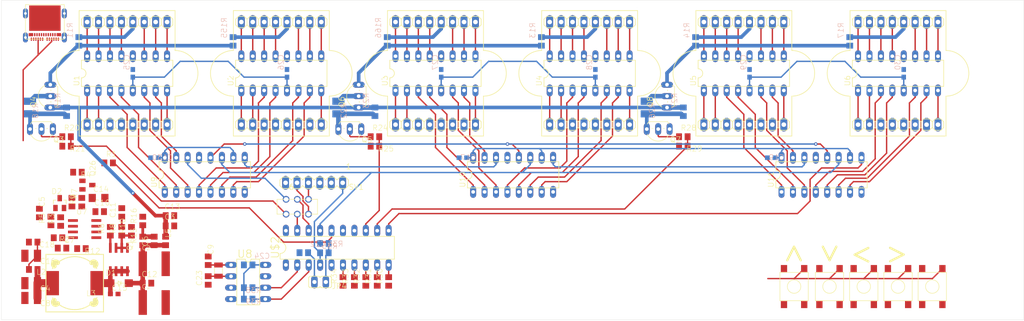
<source format=kicad_pcb>
(kicad_pcb (version 20171130) (host pcbnew "(5.1.10)-1")
  (layers (0 Top signal) (31 Bottom signal) (34 B.Paste user) (35 F.Paste user) (36 B.SilkS user) (37 F.SilkS user) (38 B.Mask user) (39 F.Mask user) (44 Edge.Cuts user))
  (net 0 "")
  (net 1 GND)
  (net 2 +5V)
  (net 3 "Net-(C14-Pad1)")
  (net 4 "Net-(C5-Pad1)")
  (net 5 "Net-(Q26-PadB)")
  (net 6 /EN_HV)
  (net 7 "Net-(C4-Pad1)")
  (net 8 "Net-(R6-Pad2)")
  (net 9 "Net-(C10-Pad1)")
  (net 10 "Net-(C7-Pad1)")
  (net 11 "Net-(C11-Pad1)")
  (net 12 "Net-(C6-Pad2)")
  (net 13 "Net-(Q1-Pad4)")
  (net 14 "Net-(C5-Pad2)")
  (net 15 "Net-(Q1-Pad1)")
  (net 16 "Net-(C15-Pad1)")
  (net 17 /V_HR/DAY)
  (net 18 "Net-(N1-Pad5)")
  (net 19 /V_MIN/MONTH)
  (net 20 "Net-(N4-Pad5)")
  (net 21 /V_SEC/YR)
  (net 22 "Net-(N5-Pad5)")
  (net 23 "Net-(N2-Pad5)")
  (net 24 "Net-(N3-Pad5)")
  (net 25 "Net-(N6-Pad5)")
  (net 26 "Net-(Q3-PadB)")
  (net 27 "Net-(Q3-PadC)")
  (net 28 "Net-(Q4-PadB)")
  (net 29 /SW_HD)
  (net 30 "Net-(Q5-PadB)")
  (net 31 "Net-(Q5-PadC)")
  (net 32 "Net-(Q6-PadB)")
  (net 33 /SW_MM)
  (net 34 "Net-(Q7-PadB)")
  (net 35 "Net-(Q7-PadC)")
  (net 36 "Net-(Q8-PadB)")
  (net 37 /SW_SY)
  (net 38 "Net-(C1-Pad1)")
  (net 39 /UP)
  (net 40 /DOWN)
  (net 41 /LEFT)
  (net 42 /RIGHT)
  (net 43 /MODE)
  (net 44 /ICSPDAT)
  (net 45 /ICSPCLK)
  (net 46 /SCK)
  (net 47 "Net-(U$2-Pad15)")
  (net 48 "Net-(U$2-Pad14)")
  (net 49 /SDI)
  (net 50 "Net-(U$2-Pad5)")
  (net 51 /MCLR)
  (net 52 /SDA)
  (net 53 /SCL)
  (net 54 "Net-(JP4-Pad1)")
  (net 55 "Net-(C22-Pad1)")
  (net 56 "Net-(U8-Pad7)")
  (net 57 "Net-(U8-Pad3)")
  (net 58 "Net-(C23-Pad2)")
  (net 59 "Net-(C9-Pad2)")
  (net 60 /SER)
  (net 61 /PGC)
  (net 62 /PDG)
  (net 63 /LVP)
  (net 64 /C1)
  (net 65 /RCK)
  (net 66 "Net-(U10-Pad14)")
  (net 67 /D2)
  (net 68 /B2)
  (net 69 /A2)
  (net 70 /B1)
  (net 71 /C2)
  (net 72 /D1)
  (net 73 /A1)
  (net 74 /C3)
  (net 75 "Net-(U10-Pad9)")
  (net 76 /D4)
  (net 77 /B4)
  (net 78 /A4)
  (net 79 /B3)
  (net 80 /C4)
  (net 81 /D3)
  (net 82 /A3)
  (net 83 /C5)
  (net 84 /D6)
  (net 85 /B6)
  (net 86 /A6)
  (net 87 /B5)
  (net 88 /C6)
  (net 89 /D5)
  (net 90 /A5)
  (net 91 "Net-(N1-Pad1)")
  (net 92 "Net-(N1-Pad2)")
  (net 93 "Net-(N1-Pad3)")
  (net 94 "Net-(N1-Pad4)")
  (net 95 "Net-(N1-Pad6)")
  (net 96 "Net-(N1-Pad7)")
  (net 97 "Net-(N1-Pad8)")
  (net 98 "Net-(N1-Pad16)")
  (net 99 "Net-(N1-Pad10)")
  (net 100 "Net-(N1-Pad9)")
  (net 101 "Net-(N2-Pad1)")
  (net 102 "Net-(N2-Pad2)")
  (net 103 "Net-(N2-Pad3)")
  (net 104 "Net-(N2-Pad4)")
  (net 105 "Net-(N2-Pad6)")
  (net 106 "Net-(N2-Pad7)")
  (net 107 "Net-(N2-Pad8)")
  (net 108 "Net-(N2-Pad16)")
  (net 109 "Net-(N2-Pad10)")
  (net 110 "Net-(N2-Pad9)")
  (net 111 "Net-(N3-Pad1)")
  (net 112 "Net-(N3-Pad2)")
  (net 113 "Net-(N3-Pad3)")
  (net 114 "Net-(N3-Pad4)")
  (net 115 "Net-(N3-Pad6)")
  (net 116 "Net-(N3-Pad7)")
  (net 117 "Net-(N3-Pad8)")
  (net 118 "Net-(N3-Pad16)")
  (net 119 "Net-(N3-Pad10)")
  (net 120 "Net-(N3-Pad9)")
  (net 121 "Net-(N4-Pad1)")
  (net 122 "Net-(N4-Pad2)")
  (net 123 "Net-(N4-Pad3)")
  (net 124 "Net-(N4-Pad4)")
  (net 125 "Net-(N4-Pad6)")
  (net 126 "Net-(N4-Pad7)")
  (net 127 "Net-(N4-Pad8)")
  (net 128 "Net-(N4-Pad16)")
  (net 129 "Net-(N4-Pad10)")
  (net 130 "Net-(N4-Pad9)")
  (net 131 "Net-(N5-Pad1)")
  (net 132 "Net-(N5-Pad2)")
  (net 133 "Net-(N5-Pad3)")
  (net 134 "Net-(N5-Pad4)")
  (net 135 "Net-(N5-Pad6)")
  (net 136 "Net-(N5-Pad7)")
  (net 137 "Net-(N5-Pad8)")
  (net 138 "Net-(N5-Pad16)")
  (net 139 "Net-(N5-Pad10)")
  (net 140 "Net-(N5-Pad9)")
  (net 141 "Net-(N6-Pad1)")
  (net 142 "Net-(N6-Pad2)")
  (net 143 "Net-(N6-Pad3)")
  (net 144 "Net-(N6-Pad4)")
  (net 145 "Net-(N6-Pad6)")
  (net 146 "Net-(N6-Pad7)")
  (net 147 "Net-(N6-Pad8)")
  (net 148 "Net-(N6-Pad16)")
  (net 149 "Net-(N6-Pad10)")
  (net 150 "Net-(N6-Pad9)")
  (module nixie_clock:C0805 (layer Top) (at 56.6801 116.5098)
    (fp_text reference C10 (at -1.27 -1.27) (layer F.SilkS) (effects (font (size 1.2065 1.2065) (thickness 0.09652)) (justify left bottom)))
    (fp_text value 0.1uF)
    (pad 2 smd rect (at 0.95 0) (size 1.3 1.5) (layers Top F.Paste F.Mask) (net 1 GND))
    (pad 1 smd rect (at -0.95 0) (size 1.3 1.5) (layers Top F.Paste F.Mask) (net 9 "Net-(C10-Pad1)"))
  )
  (module nixie_clock:C0805 (layer Top) (at 61.5823 116.6876 90)
    (fp_text reference C11 (at -1.27 -1.27 90) (layer F.SilkS) (effects (font (size 1.2065 1.2065) (thickness 0.09652)) (justify left bottom)))
    (fp_text value 1nF)
    (pad 2 smd rect (at 0.95 0 90) (size 1.3 1.5) (layers Top F.Paste F.Mask) (net 1 GND))
    (pad 1 smd rect (at -0.95 0 90) (size 1.3 1.5) (layers Top F.Paste F.Mask) (net 11 "Net-(C11-Pad1)"))
  )
  (module nixie_clock:C1206 (layer Top) (at 56.4261 113.4618)
    (fp_text reference C14 (at -1.27 -1.27) (layer F.SilkS) (effects (font (size 1.2065 1.2065) (thickness 0.09652)) (justify left bottom)))
    (fp_text value 47uF)
    (pad 2 smd rect (at 1.4 0) (size 1.6 1.8) (layers Top F.Paste F.Mask) (net 1 GND))
    (pad 1 smd rect (at -1.4 0) (size 1.6 1.8) (layers Top F.Paste F.Mask) (net 3 "Net-(C14-Pad1)"))
  )
  (module nixie_clock:C0603 (layer Top) (at 59.9059 134.8486)
    (fp_text reference C15 (at -0.635 -0.635) (layer F.SilkS) (effects (font (size 1.2065 1.2065) (thickness 0.09652)) (justify left bottom)))
    (fp_text value 560pF)
    (pad 2 smd rect (at 0.85 0) (size 1.1 1) (layers Top F.Paste F.Mask) (net 1 GND))
    (pad 1 smd rect (at -0.85 0) (size 1.1 1) (layers Top F.Paste F.Mask) (net 16 "Net-(C15-Pad1)"))
  )
  (module nixie_clock:C1210 (layer Top) (at 41.4401 126.3396 180)
    (fp_text reference C16 (at -1.905 -1.905) (layer F.SilkS) (effects (font (size 1.2065 1.2065) (thickness 0.09652)) (justify left bottom)))
    (fp_text value 100uF)
    (pad 2 smd rect (at 1.4 0 180) (size 1.6 2.7) (layers Top F.Paste F.Mask) (net 1 GND))
    (pad 1 smd rect (at -1.4 0 180) (size 1.6 2.7) (layers Top F.Paste F.Mask) (net 2 +5V))
  )
  (module nixie_clock:C0805 (layer Top) (at 41.8846 123.2916 180)
    (fp_text reference C18 (at -1.27 -1.27) (layer F.SilkS) (effects (font (size 1.2065 1.2065) (thickness 0.09652)) (justify left bottom)))
    (fp_text value 0.1uF)
    (pad 2 smd rect (at 0.95 0 180) (size 1.3 1.5) (layers Top F.Paste F.Mask) (net 1 GND))
    (pad 1 smd rect (at -0.95 0 180) (size 1.3 1.5) (layers Top F.Paste F.Mask) (net 2 +5V))
  )
  (module nixie_clock:C1210 (layer Top) (at 41.4401 132.4356 180)
    (fp_text reference C4 (at -1.905 -1.905) (layer F.SilkS) (effects (font (size 1.2065 1.2065) (thickness 0.09652)) (justify left bottom)))
    (fp_text value 100uF)
    (pad 2 smd rect (at 1.4 0 180) (size 1.6 2.7) (layers Top F.Paste F.Mask) (net 1 GND))
    (pad 1 smd rect (at -1.4 0 180) (size 1.6 2.7) (layers Top F.Paste F.Mask) (net 7 "Net-(C4-Pad1)"))
  )
  (module nixie_clock:C0805 (layer Top) (at 43.2689 116.8146 270)
    (fp_text reference C5 (at -1.27 -1.27 90) (layer F.SilkS) (effects (font (size 1.2065 1.2065) (thickness 0.09652)) (justify left bottom)))
    (fp_text value 220pF)
    (pad 2 smd rect (at 0.95 0 270) (size 1.3 1.5) (layers Top F.Paste F.Mask) (net 14 "Net-(C5-Pad2)"))
    (pad 1 smd rect (at -0.95 0 270) (size 1.3 1.5) (layers Top F.Paste F.Mask) (net 4 "Net-(C5-Pad1)"))
  )
  (module nixie_clock:C0805 (layer Top) (at 47.4091 122.3264 180)
    (fp_text reference C7 (at -1.27 -1.27) (layer F.SilkS) (effects (font (size 1.2065 1.2065) (thickness 0.09652)) (justify left bottom)))
    (fp_text value 430pF)
    (pad 2 smd rect (at 0.95 0 180) (size 1.3 1.5) (layers Top F.Paste F.Mask) (net 1 GND))
    (pad 1 smd rect (at -0.95 0 180) (size 1.3 1.5) (layers Top F.Paste F.Mask) (net 10 "Net-(C7-Pad1)"))
  )
  (module nixie_clock:C1210 (layer Top) (at 41.4401 135.7376 180)
    (fp_text reference C8 (at -1.905 -1.905) (layer F.SilkS) (effects (font (size 1.2065 1.2065) (thickness 0.09652)) (justify left bottom)))
    (fp_text value 100uF)
    (pad 2 smd rect (at 1.4 0 180) (size 1.6 2.7) (layers Top F.Paste F.Mask) (net 1 GND))
    (pad 1 smd rect (at -1.4 0 180) (size 1.6 2.7) (layers Top F.Paste F.Mask) (net 7 "Net-(C4-Pad1)"))
  )
  (module nixie_clock:SOT23 (layer Top) (at 47.7901 114.6048)
    (fp_text reference D2 (at -1.905 -1.905) (layer F.SilkS) (effects (font (size 1.2065 1.2065) (thickness 0.09652)) (justify left bottom)))
    (fp_text value BAT54)
    (pad 1 smd rect (at -0.95 1.1) (size 1 1.4) (layers Top F.Paste F.Mask) (net 4 "Net-(C5-Pad1)"))
    (pad 2 smd rect (at 0.95 1.1) (size 1 1.4) (layers Top F.Paste F.Mask))
    (pad 3 smd rect (at 0 -1.1) (size 1 1.4) (layers Top F.Paste F.Mask) (net 3 "Net-(C14-Pad1)"))
  )
  (module nixie_clock:R0805 (layer Top) (at 41.8973 129.3876 180)
    (fp_text reference L2 (at -0.635 -1.27) (layer F.SilkS) (effects (font (size 1.2065 1.2065) (thickness 0.09652)) (justify left bottom)))
    (fp_text value BKP2125HS600-T)
    (pad 2 smd rect (at 0.95 0 180) (size 1.3 1.5) (layers Top F.Paste F.Mask) (net 2 +5V))
    (pad 1 smd rect (at -0.95 0 180) (size 1.3 1.5) (layers Top F.Paste F.Mask) (net 7 "Net-(C4-Pad1)"))
  )
  (module nixie_clock:SOT23-BEC (layer Top) (at 53.9369 110.5916 270)
    (fp_text reference Q26 (at -1.905 -1.905 90) (layer F.SilkS) (effects (font (size 1.2065 1.2065) (thickness 0.09652)) (justify left bottom)))
    (fp_text value MMBT42)
    (pad B smd rect (at -0.95 1.1 270) (size 1 1.4) (layers Top F.Paste F.Mask) (net 5 "Net-(Q26-PadB)"))
    (pad E smd rect (at 0.95 1.1 270) (size 1 1.4) (layers Top F.Paste F.Mask) (net 1 GND))
    (pad C smd rect (at 0 -1.1 270) (size 1 1.4) (layers Top F.Paste F.Mask) (net 3 "Net-(C14-Pad1)"))
  )
  (module nixie_clock:R0805 (layer Top) (at 58.666381 105.656382)
    (fp_text reference R1 (at -0.635 -1.27) (layer F.SilkS) (effects (font (size 1.2065 1.2065) (thickness 0.09652)) (justify left bottom)))
    (fp_text value 1k)
    (pad 2 smd rect (at 0.95 0) (size 1.3 1.5) (layers Top F.Paste F.Mask) (net 6 /EN_HV))
    (pad 1 smd rect (at -0.95 0) (size 1.3 1.5) (layers Top F.Paste F.Mask) (net 5 "Net-(Q26-PadB)"))
  )
  (module nixie_clock:R0805 (layer Top) (at 63.7413 120.8786 90)
    (fp_text reference R10 (at -0.635 -1.27 90) (layer F.SilkS) (effects (font (size 1.2065 1.2065) (thickness 0.09652)) (justify left bottom)))
    (fp_text value "0.1 1/2W")
    (pad 2 smd rect (at 0.95 0 90) (size 1.3 1.5) (layers Top F.Paste F.Mask) (net 1 GND))
    (pad 1 smd rect (at -0.95 0 90) (size 1.3 1.5) (layers Top F.Paste F.Mask) (net 15 "Net-(Q1-Pad1)"))
  )
  (module nixie_clock:R0805 (layer Bottom) (at 52.0446 78.5876 270)
    (fp_text reference R11 (at -0.635 1.27 90) (layer B.SilkS) (effects (font (size 1.2065 1.2065) (thickness 0.09652)) (justify right bottom mirror)))
    (fp_text value 2k)
    (pad 2 smd rect (at 0.95 0 270) (size 1.3 1.5) (layers Bottom B.Paste B.Mask) (net 17 /V_HR/DAY))
    (pad 1 smd rect (at -0.95 0 270) (size 1.3 1.5) (layers Bottom B.Paste B.Mask) (net 18 "Net-(N1-Pad5)"))
  )
  (module nixie_clock:R0805 (layer Top) (at 52.6161 124.7394 180)
    (fp_text reference R12 (at -0.635 -1.27) (layer F.SilkS) (effects (font (size 1.2065 1.2065) (thickness 0.09652)) (justify left bottom)))
    (fp_text value 4.12k)
    (pad 2 smd rect (at 0.95 0 180) (size 1.3 1.5) (layers Top F.Paste F.Mask) (net 9 "Net-(C10-Pad1)"))
    (pad 1 smd rect (at -0.95 0 180) (size 1.3 1.5) (layers Top F.Paste F.Mask) (net 11 "Net-(C11-Pad1)"))
  )
  (module nixie_clock:R0805 (layer Bottom) (at 154.9146 78.5876 270)
    (fp_text reference R13 (at -0.635 1.27 90) (layer B.SilkS) (effects (font (size 1.2065 1.2065) (thickness 0.09652)) (justify right bottom mirror)))
    (fp_text value 2k)
    (pad 2 smd rect (at 0.95 0 270) (size 1.3 1.5) (layers Bottom B.Paste B.Mask) (net 19 /V_MIN/MONTH))
    (pad 1 smd rect (at -0.95 0 270) (size 1.3 1.5) (layers Bottom B.Paste B.Mask) (net 20 "Net-(N4-Pad5)"))
  )
  (module nixie_clock:R0805 (layer Bottom) (at 189.2046 78.5876 270)
    (fp_text reference R14 (at -0.635 1.27 90) (layer B.SilkS) (effects (font (size 1.2065 1.2065) (thickness 0.09652)) (justify right bottom mirror)))
    (fp_text value 2k)
    (pad 2 smd rect (at 0.95 0 270) (size 1.3 1.5) (layers Bottom B.Paste B.Mask) (net 21 /V_SEC/YR))
    (pad 1 smd rect (at -0.95 0 270) (size 1.3 1.5) (layers Bottom B.Paste B.Mask) (net 22 "Net-(N5-Pad5)"))
  )
  (module nixie_clock:R0805 (layer Bottom) (at 86.3346 78.5876 270)
    (fp_text reference R155 (at -0.635 1.27 90) (layer B.SilkS) (effects (font (size 1.2065 1.2065) (thickness 0.09652)) (justify right bottom mirror)))
    (fp_text value 2k)
    (pad 2 smd rect (at 0.95 0 270) (size 1.3 1.5) (layers Bottom B.Paste B.Mask) (net 17 /V_HR/DAY))
    (pad 1 smd rect (at -0.95 0 270) (size 1.3 1.5) (layers Bottom B.Paste B.Mask) (net 23 "Net-(N2-Pad5)"))
  )
  (module nixie_clock:R0805 (layer Bottom) (at 120.6246 78.5876 270)
    (fp_text reference R166 (at -0.635 1.27 90) (layer B.SilkS) (effects (font (size 1.2065 1.2065) (thickness 0.09652)) (justify right bottom mirror)))
    (fp_text value 2k)
    (pad 2 smd rect (at 0.95 0 270) (size 1.3 1.5) (layers Bottom B.Paste B.Mask) (net 19 /V_MIN/MONTH))
    (pad 1 smd rect (at -0.95 0 270) (size 1.3 1.5) (layers Bottom B.Paste B.Mask) (net 24 "Net-(N3-Pad5)"))
  )
  (module nixie_clock:R0805 (layer Bottom) (at 223.4946 78.5876 270)
    (fp_text reference R17 (at -0.635 1.27 90) (layer B.SilkS) (effects (font (size 1.2065 1.2065) (thickness 0.09652)) (justify right bottom mirror)))
    (fp_text value 2k)
    (pad 2 smd rect (at 0.95 0 270) (size 1.3 1.5) (layers Bottom B.Paste B.Mask) (net 21 /V_SEC/YR))
    (pad 1 smd rect (at -0.95 0 270) (size 1.3 1.5) (layers Bottom B.Paste B.Mask) (net 25 "Net-(N6-Pad5)"))
  )
  (module nixie_clock:R0805 (layer Bottom) (at 49.3141 94.2594 270)
    (fp_text reference R19 (at -0.635 1.27 90) (layer B.SilkS) (effects (font (size 1.2065 1.2065) (thickness 0.09652)) (justify right bottom mirror)))
    (fp_text value 100k)
    (pad 2 smd rect (at 0.95 0 270) (size 1.3 1.5) (layers Bottom B.Paste B.Mask) (net 27 "Net-(Q3-PadC)"))
    (pad 1 smd rect (at -0.95 0 270) (size 1.3 1.5) (layers Bottom B.Paste B.Mask) (net 2 +5V))
  )
  (module nixie_clock:R0805 (layer Top) (at 48.2981 124.6378)
    (fp_text reference R2 (at -0.635 -1.27) (layer F.SilkS) (effects (font (size 1.2065 1.2065) (thickness 0.09652)) (justify left bottom)))
    (fp_text value 60.4k)
    (pad 2 smd rect (at 0.95 0) (size 1.3 1.5) (layers Top F.Paste F.Mask) (net 9 "Net-(C10-Pad1)"))
    (pad 1 smd rect (at -0.95 0) (size 1.3 1.5) (layers Top F.Paste F.Mask) (net 10 "Net-(C7-Pad1)"))
  )
  (module nixie_clock:R0805 (layer Top) (at 49.3141 99.822)
    (fp_text reference R20 (at -0.635 -1.27) (layer F.SilkS) (effects (font (size 1.2065 1.2065) (thickness 0.09652)) (justify left bottom)))
    (fp_text value 10k)
    (pad 2 smd rect (at 0.95 0) (size 1.3 1.5) (layers Top F.Paste F.Mask) (net 29 /SW_HD))
    (pad 1 smd rect (at -0.95 0) (size 1.3 1.5) (layers Top F.Paste F.Mask) (net 26 "Net-(Q3-PadB)"))
  )
  (module nixie_clock:R0805 (layer Top) (at 49.3141 101.9302 180)
    (fp_text reference R21 (at -0.635 -1.27) (layer F.SilkS) (effects (font (size 1.2065 1.2065) (thickness 0.09652)) (justify left bottom)))
    (fp_text value 10k)
    (pad 2 smd rect (at 0.95 0 180) (size 1.3 1.5) (layers Top F.Paste F.Mask) (net 1 GND))
    (pad 1 smd rect (at -0.95 0 180) (size 1.3 1.5) (layers Top F.Paste F.Mask) (net 29 /SW_HD))
  )
  (module nixie_clock:R0805 (layer Bottom) (at 117.8941 94.2594 270)
    (fp_text reference R23 (at -0.635 1.27 90) (layer B.SilkS) (effects (font (size 1.2065 1.2065) (thickness 0.09652)) (justify right bottom mirror)))
    (fp_text value 100k)
    (pad 2 smd rect (at 0.95 0 270) (size 1.3 1.5) (layers Bottom B.Paste B.Mask) (net 31 "Net-(Q5-PadC)"))
    (pad 1 smd rect (at -0.95 0 270) (size 1.3 1.5) (layers Bottom B.Paste B.Mask) (net 2 +5V))
  )
  (module nixie_clock:R0805 (layer Top) (at 117.8941 99.822)
    (fp_text reference R24 (at -0.635 -1.27) (layer F.SilkS) (effects (font (size 1.2065 1.2065) (thickness 0.09652)) (justify left bottom)))
    (fp_text value 10k)
    (pad 2 smd rect (at 0.95 0) (size 1.3 1.5) (layers Top F.Paste F.Mask) (net 33 /SW_MM))
    (pad 1 smd rect (at -0.95 0) (size 1.3 1.5) (layers Top F.Paste F.Mask) (net 30 "Net-(Q5-PadB)"))
  )
  (module nixie_clock:R0805 (layer Top) (at 117.8941 101.9302 180)
    (fp_text reference R25 (at -0.635 -1.27) (layer F.SilkS) (effects (font (size 1.2065 1.2065) (thickness 0.09652)) (justify left bottom)))
    (fp_text value 10k)
    (pad 2 smd rect (at 0.95 0 180) (size 1.3 1.5) (layers Top F.Paste F.Mask) (net 1 GND))
    (pad 1 smd rect (at -0.95 0 180) (size 1.3 1.5) (layers Top F.Paste F.Mask) (net 33 /SW_MM))
  )
  (module nixie_clock:R0805 (layer Bottom) (at 186.4741 94.2594 270)
    (fp_text reference R27 (at -0.635 1.27 90) (layer B.SilkS) (effects (font (size 1.2065 1.2065) (thickness 0.09652)) (justify right bottom mirror)))
    (fp_text value 100k)
    (pad 2 smd rect (at 0.95 0 270) (size 1.3 1.5) (layers Bottom B.Paste B.Mask) (net 35 "Net-(Q7-PadC)"))
    (pad 1 smd rect (at -0.95 0 270) (size 1.3 1.5) (layers Bottom B.Paste B.Mask) (net 2 +5V))
  )
  (module nixie_clock:R0805 (layer Top) (at 186.4741 99.822)
    (fp_text reference R28 (at -0.635 -1.27) (layer F.SilkS) (effects (font (size 1.2065 1.2065) (thickness 0.09652)) (justify left bottom)))
    (fp_text value 10k)
    (pad 2 smd rect (at 0.95 0) (size 1.3 1.5) (layers Top F.Paste F.Mask) (net 37 /SW_SY))
    (pad 1 smd rect (at -0.95 0) (size 1.3 1.5) (layers Top F.Paste F.Mask) (net 34 "Net-(Q7-PadB)"))
  )
  (module nixie_clock:R0805 (layer Top) (at 186.4741 101.9302 180)
    (fp_text reference R29 (at -0.635 -1.27) (layer F.SilkS) (effects (font (size 1.2065 1.2065) (thickness 0.09652)) (justify left bottom)))
    (fp_text value 10k)
    (pad 2 smd rect (at 0.95 0 180) (size 1.3 1.5) (layers Top F.Paste F.Mask) (net 1 GND))
    (pad 1 smd rect (at -0.95 0 180) (size 1.3 1.5) (layers Top F.Paste F.Mask) (net 37 /SW_SY))
  )
  (module nixie_clock:R0805 (layer Top) (at 47.9933 118.7196 90)
    (fp_text reference R3 (at -0.635 -1.27 90) (layer F.SilkS) (effects (font (size 1.2065 1.2065) (thickness 0.09652)) (justify left bottom)))
    (fp_text value N.U.)
    (pad 2 smd rect (at 0.95 0 90) (size 1.3 1.5) (layers Top F.Paste F.Mask) (net 4 "Net-(C5-Pad1)"))
    (pad 1 smd rect (at -0.95 0 90) (size 1.3 1.5) (layers Top F.Paste F.Mask) (net 12 "Net-(C6-Pad2)"))
  )
  (module nixie_clock:R0805 (layer Top) (at 51.7271 107.7214 180)
    (fp_text reference R4 (at -0.635 -1.27) (layer F.SilkS) (effects (font (size 1.2065 1.2065) (thickness 0.09652)) (justify left bottom)))
    (fp_text value 100k)
    (pad 2 smd rect (at 0.95 0 180) (size 1.3 1.5) (layers Top F.Paste F.Mask) (net 2 +5V))
    (pad 1 smd rect (at -0.95 0 180) (size 1.3 1.5) (layers Top F.Paste F.Mask) (net 5 "Net-(Q26-PadB)"))
  )
  (module nixie_clock:R0805 (layer Top) (at 45.8343 118.5926 90)
    (fp_text reference R5 (at -0.635 -1.27 90) (layer F.SilkS) (effects (font (size 1.2065 1.2065) (thickness 0.09652)) (justify left bottom)))
    (fp_text value 0)
    (pad 2 smd rect (at 0.95 0 90) (size 1.3 1.5) (layers Top F.Paste F.Mask) (net 14 "Net-(C5-Pad2)"))
    (pad 1 smd rect (at -0.95 0 90) (size 1.3 1.5) (layers Top F.Paste F.Mask) (net 12 "Net-(C6-Pad2)"))
  )
  (module nixie_clock:R0805 (layer Top) (at 59.0423 120.8786 90)
    (fp_text reference R6 (at -0.635 -1.27 90) (layer F.SilkS) (effects (font (size 1.2065 1.2065) (thickness 0.09652)) (justify left bottom)))
    (fp_text value 0)
    (pad 2 smd rect (at 0.95 0 90) (size 1.3 1.5) (layers Top F.Paste F.Mask) (net 8 "Net-(R6-Pad2)"))
    (pad 1 smd rect (at -0.95 0 90) (size 1.3 1.5) (layers Top F.Paste F.Mask) (net 13 "Net-(Q1-Pad4)"))
  )
  (module nixie_clock:R0805 (layer Top) (at 50.5079 114.4016 270)
    (fp_text reference R7 (at -0.635 -1.27 90) (layer F.SilkS) (effects (font (size 1.2065 1.2065) (thickness 0.09652)) (justify left bottom)))
    (fp_text value 2k)
    (pad 2 smd rect (at 0.95 0 270) (size 1.3 1.5) (layers Top F.Paste F.Mask) (net 2 +5V))
    (pad 1 smd rect (at -0.95 0 270) (size 1.3 1.5) (layers Top F.Paste F.Mask) (net 3 "Net-(C14-Pad1)"))
  )
  (module nixie_clock:R0805 (layer Top) (at 61.5823 120.8786 90)
    (fp_text reference R8 (at -0.635 -1.27 90) (layer F.SilkS) (effects (font (size 1.2065 1.2065) (thickness 0.09652)) (justify left bottom)))
    (fp_text value 1k)
    (pad 2 smd rect (at 0.95 0 90) (size 1.3 1.5) (layers Top F.Paste F.Mask) (net 11 "Net-(C11-Pad1)"))
    (pad 1 smd rect (at -0.95 0 90) (size 1.3 1.5) (layers Top F.Paste F.Mask) (net 15 "Net-(Q1-Pad1)"))
  )
  (module nixie_clock:R0805 (layer Top) (at 52.6923 114.4016 90)
    (fp_text reference R9 (at -0.635 -1.27 90) (layer F.SilkS) (effects (font (size 1.2065 1.2065) (thickness 0.09652)) (justify left bottom)))
    (fp_text value 100k)
    (pad 2 smd rect (at 0.95 0 90) (size 1.3 1.5) (layers Top F.Paste F.Mask) (net 3 "Net-(C14-Pad1)"))
    (pad 1 smd rect (at -0.95 0 90) (size 1.3 1.5) (layers Top F.Paste F.Mask) (net 1 GND))
  )
  (module nixie_clock:TO92-EBC (layer Top) (at 43.7261 99.3902 180)
    (fp_text reference Q3 (at -2.54 -1.778) (layer F.SilkS) (effects (font (size 1.2065 1.2065) (thickness 0.12065)) (justify left bottom)))
    (fp_text value -NPN-TO92-EBC)
    (pad B thru_hole oval (at 0 1.27 270) (size 2.6416 1.3208) (drill 0.8128) (layers *.Cu *.Mask) (net 26 "Net-(Q3-PadB)"))
    (pad E thru_hole oval (at -2.54 1.27 270) (size 2.6416 1.3208) (drill 0.8128) (layers *.Cu *.Mask) (net 1 GND))
    (pad C thru_hole oval (at 2.54 1.27 270) (size 2.6416 1.3208) (drill 0.8128) (layers *.Cu *.Mask) (net 27 "Net-(Q3-PadC)"))
  )
  (module nixie_clock:TO92-EBC (layer Top) (at 112.3061 99.3902 180)
    (fp_text reference Q5 (at -2.54 -1.778) (layer F.SilkS) (effects (font (size 1.2065 1.2065) (thickness 0.12065)) (justify left bottom)))
    (fp_text value -NPN-TO92-EBC)
    (pad B thru_hole oval (at 0 1.27 270) (size 2.6416 1.3208) (drill 0.8128) (layers *.Cu *.Mask) (net 30 "Net-(Q5-PadB)"))
    (pad E thru_hole oval (at -2.54 1.27 270) (size 2.6416 1.3208) (drill 0.8128) (layers *.Cu *.Mask) (net 1 GND))
    (pad C thru_hole oval (at 2.54 1.27 270) (size 2.6416 1.3208) (drill 0.8128) (layers *.Cu *.Mask) (net 31 "Net-(Q5-PadC)"))
  )
  (module nixie_clock:TO92-EBC (layer Top) (at 113.0046 90.7796 90)
    (fp_text reference Q6 (at -2.54 -1.778 90) (layer F.SilkS) (effects (font (size 1.2065 1.2065) (thickness 0.12065)) (justify left bottom)))
    (fp_text value -PNP-TO92-EBC)
    (pad B thru_hole oval (at 0 1.27 180) (size 2.6416 1.3208) (drill 0.8128) (layers *.Cu *.Mask) (net 32 "Net-(Q6-PadB)"))
    (pad E thru_hole oval (at -2.54 1.27 180) (size 2.6416 1.3208) (drill 0.8128) (layers *.Cu *.Mask) (net 2 +5V))
    (pad C thru_hole oval (at 2.54 1.27 180) (size 2.6416 1.3208) (drill 0.8128) (layers *.Cu *.Mask) (net 19 /V_MIN/MONTH))
  )
  (module nixie_clock:TO92-EBC (layer Top) (at 44.4246 90.7796 90)
    (fp_text reference Q4 (at -2.54 -1.778 90) (layer F.SilkS) (effects (font (size 1.2065 1.2065) (thickness 0.12065)) (justify left bottom)))
    (fp_text value -PNP-TO92-EBC)
    (pad B thru_hole oval (at 0 1.27 180) (size 2.6416 1.3208) (drill 0.8128) (layers *.Cu *.Mask) (net 28 "Net-(Q4-PadB)"))
    (pad E thru_hole oval (at -2.54 1.27 180) (size 2.6416 1.3208) (drill 0.8128) (layers *.Cu *.Mask) (net 2 +5V))
    (pad C thru_hole oval (at 2.54 1.27 180) (size 2.6416 1.3208) (drill 0.8128) (layers *.Cu *.Mask) (net 17 /V_HR/DAY))
  )
  (module nixie_clock:TO92-EBC (layer Top) (at 180.8861 99.3902 180)
    (fp_text reference Q7 (at -2.54 -1.778) (layer F.SilkS) (effects (font (size 1.2065 1.2065) (thickness 0.12065)) (justify left bottom)))
    (fp_text value -NPN-TO92-EBC)
    (pad B thru_hole oval (at 0 1.27 270) (size 2.6416 1.3208) (drill 0.8128) (layers *.Cu *.Mask) (net 34 "Net-(Q7-PadB)"))
    (pad E thru_hole oval (at -2.54 1.27 270) (size 2.6416 1.3208) (drill 0.8128) (layers *.Cu *.Mask) (net 1 GND))
    (pad C thru_hole oval (at 2.54 1.27 270) (size 2.6416 1.3208) (drill 0.8128) (layers *.Cu *.Mask) (net 35 "Net-(Q7-PadC)"))
  )
  (module nixie_clock:TO92-EBC (layer Top) (at 181.5846 90.7796 90)
    (fp_text reference Q8 (at -2.54 -1.778 90) (layer F.SilkS) (effects (font (size 1.2065 1.2065) (thickness 0.12065)) (justify left bottom)))
    (fp_text value -PNP-TO92-EBC)
    (pad B thru_hole oval (at 0 1.27 180) (size 2.6416 1.3208) (drill 0.8128) (layers *.Cu *.Mask) (net 36 "Net-(Q8-PadB)"))
    (pad E thru_hole oval (at -2.54 1.27 180) (size 2.6416 1.3208) (drill 0.8128) (layers *.Cu *.Mask) (net 2 +5V))
    (pad C thru_hole oval (at 2.54 1.27 180) (size 2.6416 1.3208) (drill 0.8128) (layers *.Cu *.Mask) (net 21 /V_SEC/YR))
  )
  (module nixie_clock:SO8 (layer Top) (at 53.3273 120.396 270)
    (fp_text reference U7 (at -3.175 1.905) (layer F.SilkS) (effects (font (size 1.2065 1.2065) (thickness 0.09652)) (justify left bottom)))
    (fp_text value UCC3803DTR)
    (pad 5 smd rect (at 1.905 -2.6 270) (size 0.6 2.2) (layers Top F.Paste F.Mask) (net 1 GND))
    (pad 6 smd rect (at 0.635 -2.6 270) (size 0.6 2.2) (layers Top F.Paste F.Mask) (net 8 "Net-(R6-Pad2)"))
    (pad 8 smd rect (at -1.905 -2.6 270) (size 0.6 2.2) (layers Top F.Paste F.Mask) (net 9 "Net-(C10-Pad1)"))
    (pad 4 smd rect (at 1.905 2.6 270) (size 0.6 2.2) (layers Top F.Paste F.Mask) (net 10 "Net-(C7-Pad1)"))
    (pad 3 smd rect (at 0.635 2.6 270) (size 0.6 2.2) (layers Top F.Paste F.Mask) (net 11 "Net-(C11-Pad1)"))
    (pad 1 smd rect (at -1.905 2.6 270) (size 0.6 2.2) (layers Top F.Paste F.Mask) (net 4 "Net-(C5-Pad1)"))
    (pad 7 smd rect (at -0.635 -2.6 270) (size 0.6 2.2) (layers Top F.Paste F.Mask) (net 7 "Net-(C4-Pad1)"))
    (pad 2 smd rect (at -0.635 2.6 270) (size 0.6 2.2) (layers Top F.Paste F.Mask) (net 12 "Net-(C6-Pad2)"))
  )
  (module nixie_clock:SO8 (layer Top) (at 60.9473 127.1778 180)
    (fp_text reference Q1 (at -3.175 1.905 90) (layer F.SilkS) (effects (font (size 1.2065 1.2065) (thickness 0.09652)) (justify left bottom)))
    (fp_text value FD52672CT)
    (pad 5 smd rect (at 1.905 -2.6 180) (size 0.6 2.2) (layers Top F.Paste F.Mask) (net 16 "Net-(C15-Pad1)"))
    (pad 6 smd rect (at 0.635 -2.6 180) (size 0.6 2.2) (layers Top F.Paste F.Mask) (net 16 "Net-(C15-Pad1)"))
    (pad 8 smd rect (at -1.905 -2.6 180) (size 0.6 2.2) (layers Top F.Paste F.Mask) (net 16 "Net-(C15-Pad1)"))
    (pad 4 smd rect (at 1.905 2.6 180) (size 0.6 2.2) (layers Top F.Paste F.Mask) (net 13 "Net-(Q1-Pad4)"))
    (pad 3 smd rect (at 0.635 2.6 180) (size 0.6 2.2) (layers Top F.Paste F.Mask) (net 15 "Net-(Q1-Pad1)"))
    (pad 1 smd rect (at -1.905 2.6 180) (size 0.6 2.2) (layers Top F.Paste F.Mask) (net 15 "Net-(Q1-Pad1)"))
    (pad 7 smd rect (at -0.635 -2.6 180) (size 0.6 2.2) (layers Top F.Paste F.Mask) (net 16 "Net-(C15-Pad1)"))
    (pad 2 smd rect (at -0.635 2.6 180) (size 0.6 2.2) (layers Top F.Paste F.Mask) (net 15 "Net-(Q1-Pad1)"))
  )
  (module nixie_clock:USB-C_RECEPTACLE (layer Top) (at 44.4881 70.4088 180)
    (fp_text reference U$1 hide)
    (fp_text value USB-C_RECEPTACLE hide)
    (fp_line (start -4.62 -7.87) (end -4.62 -6.75) (layer Edge.Cuts) (width 0.001))
    (fp_arc (start -4.32 -7.87) (end -4.62 -7.87) (angle 180) (layer Edge.Cuts) (width 0.001))
    (fp_line (start -4.02 -6.75) (end -4.02 -7.87) (layer Edge.Cuts) (width 0.001))
    (fp_arc (start -4.32 -6.75) (end -4.02 -6.75) (angle 180) (layer Edge.Cuts) (width 0.001))
    (fp_line (start -4.62 -2.51) (end -4.62 -1.39) (layer Edge.Cuts) (width 0.001))
    (fp_arc (start -4.32 -2.51) (end -4.62 -2.51) (angle 180) (layer Edge.Cuts) (width 0.001))
    (fp_line (start -4.02 -1.39) (end -4.02 -2.51) (layer Edge.Cuts) (width 0.001))
    (fp_arc (start -4.32 -1.39) (end -4.02 -1.39) (angle 180) (layer Edge.Cuts) (width 0.001))
    (fp_line (start 4.02 -2.52) (end 4.02 -1.4) (layer Edge.Cuts) (width 0.001))
    (fp_arc (start 4.32 -2.52) (end 4.02 -2.52) (angle 180) (layer Edge.Cuts) (width 0.001))
    (fp_line (start 4.62 -1.4) (end 4.62 -2.52) (layer Edge.Cuts) (width 0.001))
    (fp_arc (start 4.32 -1.4) (end 4.62 -1.4) (angle 180) (layer Edge.Cuts) (width 0.001))
    (fp_line (start 4.02 -7.86) (end 4.02 -6.74) (layer Edge.Cuts) (width 0.001))
    (fp_arc (start 4.32 -7.86) (end 4.02 -7.86) (angle 180) (layer Edge.Cuts) (width 0.001))
    (fp_line (start 4.62 -6.74) (end 4.62 -7.86) (layer Edge.Cuts) (width 0.001))
    (fp_arc (start 4.32 -6.74) (end 4.62 -6.74) (angle 180) (layer Edge.Cuts) (width 0.001))
    (pad P$29 smd rect (at 3.1 -6.68 180) (size 1 0.7) (layers Top F.Paste F.Mask) (net 1 GND))
    (pad P$28 smd rect (at -3.1 -6.68 180) (size 1 0.7) (layers Top F.Paste F.Mask) (net 1 GND))
    (pad P$27 smd rect (at -3 -7.68 180) (size 0.3 0.7) (layers Top F.Paste F.Mask) (net 1 GND))
    (pad P$26 smd rect (at -2.5 -7.68 180) (size 0.3 0.7) (layers Top F.Paste F.Mask))
    (pad P$25 smd rect (at -2 -7.68 180) (size 0.3 0.7) (layers Top F.Paste F.Mask))
    (pad P$24 smd rect (at -1.5 -7.68 180) (size 0.3 0.7) (layers Top F.Paste F.Mask) (net 2 +5V))
    (pad P$23 smd rect (at -1 -7.68 180) (size 0.3 0.7) (layers Top F.Paste F.Mask))
    (pad P$22 smd rect (at -0.5 -7.68 180) (size 0.3 0.7) (layers Top F.Paste F.Mask))
    (pad P$21 smd rect (at 3 -7.68 180) (size 0.3 0.7) (layers Top F.Paste F.Mask) (net 1 GND))
    (pad P$20 smd rect (at 2.5 -7.68 180) (size 0.3 0.7) (layers Top F.Paste F.Mask))
    (pad P$19 smd rect (at 2 -7.68 180) (size 0.3 0.7) (layers Top F.Paste F.Mask))
    (pad P$18 smd rect (at 1.5 -7.68 180) (size 0.3 0.7) (layers Top F.Paste F.Mask) (net 2 +5V))
    (pad P$17 smd rect (at 1 -7.68 180) (size 0.3 0.7) (layers Top F.Paste F.Mask))
    (pad P$16 smd rect (at 0.5 -7.68 180) (size 0.3 0.7) (layers Top F.Paste F.Mask))
    (pad P$15 smd rect (at 2.25 -6.68 180) (size 0.3 0.7) (layers Top F.Paste F.Mask))
    (pad P$14 smd rect (at 1.75 -6.68 180) (size 0.3 0.7) (layers Top F.Paste F.Mask))
    (pad P$13 smd rect (at 1.25 -6.68 180) (size 0.3 0.7) (layers Top F.Paste F.Mask))
    (pad P$12 smd rect (at 0.75 -6.68 180) (size 0.3 0.7) (layers Top F.Paste F.Mask))
    (pad P$11 smd rect (at 0.25 -6.68 180) (size 0.3 0.7) (layers Top F.Paste F.Mask))
    (pad P$10 smd rect (at -2.25 -6.68 180) (size 0.3 0.7) (layers Top F.Paste F.Mask))
    (pad P$9 smd rect (at -1.75 -6.68 180) (size 0.3 0.7) (layers Top F.Paste F.Mask))
    (pad P$8 smd rect (at -1.25 -6.68 180) (size 0.3 0.7) (layers Top F.Paste F.Mask))
    (pad P$7 smd rect (at -0.75 -6.68 180) (size 0.3 0.7) (layers Top F.Paste F.Mask))
    (pad P$6 smd rect (at -0.25 -6.68 180) (size 0.3 0.7) (layers Top F.Paste F.Mask))
    (pad P$5 thru_hole oval (at 4.32 -7.31 270) (size 2.216 1.108) (drill 0.6) (layers *.Cu *.Mask) (net 1 GND))
    (pad P$4 thru_hole oval (at -4.32 -7.31 270) (size 2.216 1.108) (drill 0.6) (layers *.Cu *.Mask) (net 1 GND))
    (pad P$3 thru_hole oval (at -4.32 -1.95 270) (size 2.216 1.108) (drill 0.6) (layers *.Cu *.Mask) (net 1 GND))
    (pad P$2 thru_hole oval (at 4.32 -1.95 270) (size 2.216 1.108) (drill 0.6) (layers *.Cu *.Mask) (net 1 GND))
    (pad P$1 smd rect (at 0 -3.005 180) (size 7 5.65) (layers Top F.Paste F.Mask) (net 1 GND))
  )
  (module nixie_clock:SMA-DO214AC (layer Top) (at 61.0997 132.4356)
    (fp_text reference D1 (at -3.175 -1.5875) (layer F.SilkS) (effects (font (size 1.2065 1.2065) (thickness 0.09652)) (justify left bottom)))
    (fp_text value ESD1)
    (pad K smd rect (at 2.05 0) (size 1.8 1.7) (layers Top F.Paste F.Mask) (net 38 "Net-(C1-Pad1)"))
    (pad A smd rect (at -2.05 0) (size 1.8 1.7) (layers Top F.Paste F.Mask) (net 16 "Net-(C15-Pad1)"))
  )
  (module nixie_clock:C0805 (layer Top) (at 68.7959 123.0376 90)
    (fp_text reference C6 (at -1.27 -1.27 90) (layer F.SilkS) (effects (font (size 1.2065 1.2065) (thickness 0.09652)) (justify left bottom)))
    (fp_text value 100pF)
    (pad 2 smd rect (at 0.95 0 90) (size 1.3 1.5) (layers Top F.Paste F.Mask) (net 12 "Net-(C6-Pad2)"))
    (pad 1 smd rect (at -0.95 0 90) (size 1.3 1.5) (layers Top F.Paste F.Mask) (net 38 "Net-(C1-Pad1)"))
  )
  (module nixie_clock:R0805 (layer Top) (at 66.2559 123.0376 90)
    (fp_text reference R15 (at -0.635 -1.27 90) (layer F.SilkS) (effects (font (size 1.2065 1.2065) (thickness 0.09652)) (justify left bottom)))
    (fp_text value 634k)
    (pad 2 smd rect (at 0.95 0 90) (size 1.3 1.5) (layers Top F.Paste F.Mask) (net 12 "Net-(C6-Pad2)"))
    (pad 1 smd rect (at -0.95 0 90) (size 1.3 1.5) (layers Top F.Paste F.Mask) (net 38 "Net-(C1-Pad1)"))
  )
  (module nixie_clock:R0805 (layer Top) (at 66.2559 118.5926 90)
    (fp_text reference R16 (at -0.635 -1.27 90) (layer F.SilkS) (effects (font (size 1.2065 1.2065) (thickness 0.09652)) (justify left bottom)))
    (fp_text value 7.68k)
    (pad 2 smd rect (at 0.95 0 90) (size 1.3 1.5) (layers Top F.Paste F.Mask) (net 1 GND))
    (pad 1 smd rect (at -0.95 0 90) (size 1.3 1.5) (layers Top F.Paste F.Mask) (net 12 "Net-(C6-Pad2)"))
  )
  (module nixie_clock:C2220K (layer Top) (at 68.8086 136.7536)
    (fp_text reference C1 (at -2.8 -2.95) (layer F.SilkS) (effects (font (size 0.9652 0.9652) (thickness 0.077216)) (justify left bottom)))
    (fp_text value 1uF)
    (pad 2 smd rect (at 2.55 0) (size 1.85 5.5) (layers Top F.Paste F.Mask) (net 1 GND))
    (pad 1 smd rect (at -2.55 0) (size 1.85 5.5) (layers Top F.Paste F.Mask) (net 38 "Net-(C1-Pad1)"))
  )
  (module nixie_clock:C2220K (layer Top) (at 68.8086 128.1176)
    (fp_text reference C2 (at -2.8 -2.95) (layer F.SilkS) (effects (font (size 0.9652 0.9652) (thickness 0.077216)) (justify left bottom)))
    (fp_text value 1uF)
    (pad 2 smd rect (at 2.55 0) (size 1.85 5.5) (layers Top F.Paste F.Mask) (net 1 GND))
    (pad 1 smd rect (at -2.55 0) (size 1.85 5.5) (layers Top F.Paste F.Mask) (net 38 "Net-(C1-Pad1)"))
  )
  (module nixie_clock:C0805 (layer Top) (at 67.1957 132.4356)
    (fp_text reference C12 (at -1.27 -1.27) (layer F.SilkS) (effects (font (size 1.2065 1.2065) (thickness 0.09652)) (justify left bottom)))
    (fp_text value 0.1uF)
    (pad 2 smd rect (at 0.95 0) (size 1.3 1.5) (layers Top F.Paste F.Mask) (net 1 GND))
    (pad 1 smd rect (at -0.95 0) (size 1.3 1.5) (layers Top F.Paste F.Mask) (net 38 "Net-(C1-Pad1)"))
  )
  (module nixie_clock:C0805 (layer Top) (at 72.3011 119.6848)
    (fp_text reference C3 (at -1.27 -1.27) (layer F.SilkS) (effects (font (size 1.2065 1.2065) (thickness 0.09652)) (justify left bottom)))
    (fp_text value 0.1uF)
    (pad 2 smd rect (at 0.95 0) (size 1.3 1.5) (layers Top F.Paste F.Mask) (net 1 GND))
    (pad 1 smd rect (at -0.95 0) (size 1.3 1.5) (layers Top F.Paste F.Mask) (net 2 +5V))
  )
  (module nixie_clock:C0805 (layer Top) (at 72.3011 117.3988)
    (fp_text reference C13 (at -1.27 -1.27) (layer F.SilkS) (effects (font (size 1.2065 1.2065) (thickness 0.09652)) (justify left bottom)))
    (fp_text value 0.1uF)
    (pad 2 smd rect (at 0.95 0) (size 1.3 1.5) (layers Top F.Paste F.Mask) (net 1 GND))
    (pad 1 smd rect (at -0.95 0) (size 1.3 1.5) (layers Top F.Paste F.Mask) (net 2 +5V))
  )
  (module nixie_clock:DR125 (layer Top) (at 51.1175 132.4356 180)
    (fp_text reference L3 (at -2.5 -3) (layer F.SilkS) (effects (font (size 1.2065 1.2065) (thickness 0.09652)) (justify left bottom)))
    (fp_text value 33uH)
    (pad 2 smd rect (at 4.95 0 180) (size 2.9 5.4) (layers Top F.Paste F.Mask) (net 7 "Net-(C4-Pad1)"))
    (pad 1 smd rect (at -4.95 0 180) (size 2.9 5.4) (layers Top F.Paste F.Mask) (net 16 "Net-(C15-Pad1)"))
  )
  (module nixie_clock:R0805 (layer Top) (at 71.3359 123.0376 270)
    (fp_text reference L5 (at -0.635 -1.27 90) (layer F.SilkS) (effects (font (size 1.2065 1.2065) (thickness 0.09652)) (justify left bottom)))
    (fp_text value BKP2125HS600-T)
    (pad 2 smd rect (at 0.95 0 270) (size 1.3 1.5) (layers Top F.Paste F.Mask) (net 38 "Net-(C1-Pad1)"))
    (pad 1 smd rect (at -0.95 0 270) (size 1.3 1.5) (layers Top F.Paste F.Mask) (net 2 +5V))
  )
  (module nixie_clock:R0805 (layer Top) (at 120.9421 132.0546 90)
    (fp_text reference R30 (at -0.635 -1.27 90) (layer F.SilkS) (effects (font (size 1.2065 1.2065) (thickness 0.09652)) (justify left bottom)))
    (fp_text value 10k)
    (pad 2 smd rect (at 0.95 0 90) (size 1.3 1.5) (layers Top F.Paste F.Mask) (net 39 /UP))
    (pad 1 smd rect (at -0.95 0 90) (size 1.3 1.5) (layers Top F.Paste F.Mask) (net 1 GND))
  )
  (module nixie_clock:R0805 (layer Top) (at 118.4021 132.0546 90)
    (fp_text reference R31 (at -0.635 -1.27 90) (layer F.SilkS) (effects (font (size 1.2065 1.2065) (thickness 0.09652)) (justify left bottom)))
    (fp_text value 10k)
    (pad 2 smd rect (at 0.95 0 90) (size 1.3 1.5) (layers Top F.Paste F.Mask) (net 40 /DOWN))
    (pad 1 smd rect (at -0.95 0 90) (size 1.3 1.5) (layers Top F.Paste F.Mask) (net 1 GND))
  )
  (module nixie_clock:R0805 (layer Top) (at 115.8621 132.0546 90)
    (fp_text reference R32 (at -0.635 -1.27 90) (layer F.SilkS) (effects (font (size 1.2065 1.2065) (thickness 0.09652)) (justify left bottom)))
    (fp_text value 10k)
    (pad 2 smd rect (at 0.95 0 90) (size 1.3 1.5) (layers Top F.Paste F.Mask) (net 41 /LEFT))
    (pad 1 smd rect (at -0.95 0 90) (size 1.3 1.5) (layers Top F.Paste F.Mask) (net 1 GND))
  )
  (module nixie_clock:R0805 (layer Top) (at 113.3221 132.0546 90)
    (fp_text reference R33 (at -0.635 -1.27 90) (layer F.SilkS) (effects (font (size 1.2065 1.2065) (thickness 0.09652)) (justify left bottom)))
    (fp_text value 10k)
    (pad 2 smd rect (at 0.95 0 90) (size 1.3 1.5) (layers Top F.Paste F.Mask) (net 42 /RIGHT))
    (pad 1 smd rect (at -0.95 0 90) (size 1.3 1.5) (layers Top F.Paste F.Mask) (net 1 GND))
  )
  (module nixie_clock:R0805 (layer Top) (at 110.7821 132.0546 90)
    (fp_text reference R34 (at -0.635 -1.27 90) (layer F.SilkS) (effects (font (size 1.2065 1.2065) (thickness 0.09652)) (justify left bottom)))
    (fp_text value 10k)
    (pad 2 smd rect (at 0.95 0 90) (size 1.3 1.5) (layers Top F.Paste F.Mask) (net 43 /MODE))
    (pad 1 smd rect (at -0.95 0 90) (size 1.3 1.5) (layers Top F.Paste F.Mask) (net 1 GND))
  )
  (module nixie_clock:R1210 (layer Bottom) (at 41.1861 93.3196 90)
    (fp_text reference R18 (at -2.54 1.905 90) (layer B.SilkS) (effects (font (size 1.2065 1.2065) (thickness 0.09652)) (justify right bottom mirror)))
    (fp_text value 47k)
    (pad 2 smd rect (at 1.4 0 90) (size 1.6 2.7) (layers Bottom B.Paste B.Mask) (net 28 "Net-(Q4-PadB)"))
    (pad 1 smd rect (at -1.4 0 90) (size 1.6 2.7) (layers Bottom B.Paste B.Mask) (net 27 "Net-(Q3-PadC)"))
  )
  (module nixie_clock:R1210 (layer Bottom) (at 109.7661 93.3196 90)
    (fp_text reference R22 (at -2.54 1.905 90) (layer B.SilkS) (effects (font (size 1.2065 1.2065) (thickness 0.09652)) (justify right bottom mirror)))
    (fp_text value 47k)
    (pad 2 smd rect (at 1.4 0 90) (size 1.6 2.7) (layers Bottom B.Paste B.Mask) (net 32 "Net-(Q6-PadB)"))
    (pad 1 smd rect (at -1.4 0 90) (size 1.6 2.7) (layers Bottom B.Paste B.Mask) (net 31 "Net-(Q5-PadC)"))
  )
  (module nixie_clock:R1210 (layer Bottom) (at 178.3461 93.3196 90)
    (fp_text reference R26 (at -2.54 1.905 90) (layer B.SilkS) (effects (font (size 1.2065 1.2065) (thickness 0.09652)) (justify right bottom mirror)))
    (fp_text value 47k)
    (pad 2 smd rect (at 1.4 0 90) (size 1.6 2.7) (layers Bottom B.Paste B.Mask) (net 36 "Net-(Q8-PadB)"))
    (pad 1 smd rect (at -1.4 0 90) (size 1.6 2.7) (layers Bottom B.Paste B.Mask) (net 35 "Net-(Q7-PadC)"))
  )
  (module nixie_clock:C0603 (layer Bottom) (at 68.8721 104.4956)
    (fp_text reference C130 (at -0.635 0.635) (layer B.SilkS) (effects (font (size 1.2065 1.2065) (thickness 0.09652)) (justify right bottom mirror)))
    (fp_text value 10uF)
    (pad 2 smd rect (at 0.85 0) (size 1.1 1) (layers Bottom B.Paste B.Mask) (net 2 +5V))
    (pad 1 smd rect (at -0.85 0) (size 1.1 1) (layers Bottom B.Paste B.Mask) (net 1 GND))
  )
  (module nixie_clock:C0603 (layer Bottom) (at 137.4521 104.4956)
    (fp_text reference C17 (at -0.635 0.635) (layer B.SilkS) (effects (font (size 1.2065 1.2065) (thickness 0.09652)) (justify right bottom mirror)))
    (fp_text value 10uF)
    (pad 2 smd rect (at 0.85 0) (size 1.1 1) (layers Bottom B.Paste B.Mask) (net 2 +5V))
    (pad 1 smd rect (at -0.85 0) (size 1.1 1) (layers Bottom B.Paste B.Mask) (net 1 GND))
  )
  (module nixie_clock:C0603 (layer Bottom) (at 206.0321 104.4956)
    (fp_text reference C19 (at -0.635 0.635) (layer B.SilkS) (effects (font (size 1.2065 1.2065) (thickness 0.09652)) (justify right bottom mirror)))
    (fp_text value 10uF)
    (pad 2 smd rect (at 0.85 0) (size 1.1 1) (layers Bottom B.Paste B.Mask) (net 2 +5V))
    (pad 1 smd rect (at -0.85 0) (size 1.1 1) (layers Bottom B.Paste B.Mask) (net 1 GND))
  )
  (module nixie_clock:DIL20 (layer Top) (at 96.8121 124.5616)
    (fp_text reference U$2 (at -0.127 2.54 90) (layer F.SilkS) (effects (font (size 1.6891 1.6891) (thickness 0.16891)) (justify left bottom)))
    (fp_text value PIC16F18445)
    (pad 20 thru_hole oval (at 1.27 -3.81 90) (size 2.6416 1.3208) (drill 0.8128) (layers *.Cu *.Mask) (net 1 GND))
    (pad 19 thru_hole oval (at 3.81 -3.81 90) (size 2.6416 1.3208) (drill 0.8128) (layers *.Cu *.Mask) (net 44 /ICSPDAT))
    (pad 18 thru_hole oval (at 6.35 -3.81 90) (size 2.6416 1.3208) (drill 0.8128) (layers *.Cu *.Mask) (net 45 /ICSPCLK))
    (pad 17 thru_hole oval (at 8.89 -3.81 90) (size 2.6416 1.3208) (drill 0.8128) (layers *.Cu *.Mask) (net 46 /SCK))
    (pad 16 thru_hole oval (at 11.43 -3.81 90) (size 2.6416 1.3208) (drill 0.8128) (layers *.Cu *.Mask) (net 6 /EN_HV))
    (pad 15 thru_hole oval (at 13.97 -3.81 90) (size 2.6416 1.3208) (drill 0.8128) (layers *.Cu *.Mask) (net 47 "Net-(U$2-Pad15)"))
    (pad 14 thru_hole oval (at 16.51 -3.81 90) (size 2.6416 1.3208) (drill 0.8128) (layers *.Cu *.Mask) (net 48 "Net-(U$2-Pad14)"))
    (pad 13 thru_hole oval (at 19.05 -3.81 90) (size 2.6416 1.3208) (drill 0.8128) (layers *.Cu *.Mask) (net 33 /SW_MM))
    (pad 12 thru_hole oval (at 21.59 -3.81 90) (size 2.6416 1.3208) (drill 0.8128) (layers *.Cu *.Mask) (net 37 /SW_SY))
    (pad 11 thru_hole oval (at 24.13 -3.81 90) (size 2.6416 1.3208) (drill 0.8128) (layers *.Cu *.Mask) (net 49 /SDI))
    (pad 10 thru_hole oval (at 24.13 3.81 90) (size 2.6416 1.3208) (drill 0.8128) (layers *.Cu *.Mask) (net 39 /UP))
    (pad 9 thru_hole oval (at 21.59 3.81 90) (size 2.6416 1.3208) (drill 0.8128) (layers *.Cu *.Mask) (net 40 /DOWN))
    (pad 8 thru_hole oval (at 19.05 3.81 90) (size 2.6416 1.3208) (drill 0.8128) (layers *.Cu *.Mask) (net 41 /LEFT))
    (pad 7 thru_hole oval (at 16.51 3.81 90) (size 2.6416 1.3208) (drill 0.8128) (layers *.Cu *.Mask) (net 42 /RIGHT))
    (pad 6 thru_hole oval (at 13.97 3.81 90) (size 2.6416 1.3208) (drill 0.8128) (layers *.Cu *.Mask) (net 43 /MODE))
    (pad 5 thru_hole oval (at 11.43 3.81 90) (size 2.6416 1.3208) (drill 0.8128) (layers *.Cu *.Mask) (net 50 "Net-(U$2-Pad5)"))
    (pad 4 thru_hole oval (at 8.89 3.81 90) (size 2.6416 1.3208) (drill 0.8128) (layers *.Cu *.Mask) (net 51 /MCLR))
    (pad 3 thru_hole oval (at 6.35 3.81 90) (size 2.6416 1.3208) (drill 0.8128) (layers *.Cu *.Mask) (net 52 /SDA))
    (pad 2 thru_hole oval (at 3.81 3.81 90) (size 2.6416 1.3208) (drill 0.8128) (layers *.Cu *.Mask) (net 53 /SCL))
    (pad 1 thru_hole oval (at 1.27 3.81 90) (size 2.6416 1.3208) (drill 0.8128) (layers *.Cu *.Mask) (net 2 +5V))
  )
  (module nixie_clock:R0805 (layer Bottom) (at 106.6419 123.5964)
    (fp_text reference R35 (at -0.635 1.27) (layer B.SilkS) (effects (font (size 1.2065 1.2065) (thickness 0.09652)) (justify right bottom mirror)))
    (fp_text value 100k)
    (pad 2 smd rect (at 0.95 0) (size 1.3 1.5) (layers Bottom B.Paste B.Mask) (net 54 "Net-(JP4-Pad1)"))
    (pad 1 smd rect (at -0.95 0) (size 1.3 1.5) (layers Bottom B.Paste B.Mask) (net 2 +5V))
  )
  (module nixie_clock:R0805 (layer Bottom) (at 106.6419 125.6792 180)
    (fp_text reference R36 (at -0.635 1.27) (layer B.SilkS) (effects (font (size 1.2065 1.2065) (thickness 0.09652)) (justify right bottom mirror)))
    (fp_text value 100k)
    (pad 2 smd rect (at 0.95 0 180) (size 1.3 1.5) (layers Bottom B.Paste B.Mask) (net 51 /MCLR))
    (pad 1 smd rect (at -0.95 0 180) (size 1.3 1.5) (layers Bottom B.Paste B.Mask) (net 54 "Net-(JP4-Pad1)"))
  )
  (module nixie_clock:C0805 (layer Bottom) (at 102.0699 125.6538 180)
    (fp_text reference C22 (at -1.27 1.27) (layer B.SilkS) (effects (font (size 1.2065 1.2065) (thickness 0.09652)) (justify right bottom mirror)))
    (fp_text value 0.1uF)
    (pad 2 smd rect (at 0.95 0 180) (size 1.3 1.5) (layers Bottom B.Paste B.Mask) (net 1 GND))
    (pad 1 smd rect (at -0.95 0 180) (size 1.3 1.5) (layers Bottom B.Paste B.Mask) (net 55 "Net-(C22-Pad1)"))
  )
  (module nixie_clock:JP1 (layer Top) (at 105.7021 132.1816 90)
    (fp_text reference JP4 (at -1.651 2.54) (layer F.SilkS) (effects (font (size 1.2065 1.2065) (thickness 0.12065)) (justify left bottom)))
    (fp_text value JP1E)
    (pad 2 thru_hole oval (at 0 -1.27 90) (size 2.8448 1.4224) (drill 0.9144) (layers *.Cu *.Mask) (net 55 "Net-(C22-Pad1)"))
    (pad 1 thru_hole oval (at 0 1.27 90) (size 2.8448 1.4224) (drill 0.9144) (layers *.Cu *.Mask) (net 54 "Net-(JP4-Pad1)"))
  )
  (module nixie_clock:DIL8 (layer Top) (at 89.7001 132.1816 270)
    (fp_text reference U8 (at -5.2578 2.54) (layer F.SilkS) (effects (font (size 1.6891 1.6891) (thickness 0.16891)) (justify left bottom)))
    (fp_text value MCP7940M)
    (pad 8 thru_hole oval (at -3.81 -3.81) (size 2.6416 1.3208) (drill 0.8128) (layers *.Cu *.Mask) (net 2 +5V))
    (pad 7 thru_hole oval (at -1.27 -3.81) (size 2.6416 1.3208) (drill 0.8128) (layers *.Cu *.Mask) (net 56 "Net-(U8-Pad7)"))
    (pad 6 thru_hole oval (at 1.27 -3.81) (size 2.6416 1.3208) (drill 0.8128) (layers *.Cu *.Mask) (net 53 /SCL))
    (pad 5 thru_hole oval (at 3.81 -3.81) (size 2.6416 1.3208) (drill 0.8128) (layers *.Cu *.Mask) (net 52 /SDA))
    (pad 4 thru_hole oval (at 3.81 3.81) (size 2.6416 1.3208) (drill 0.8128) (layers *.Cu *.Mask) (net 1 GND))
    (pad 3 thru_hole oval (at 1.27 3.81) (size 2.6416 1.3208) (drill 0.8128) (layers *.Cu *.Mask) (net 57 "Net-(U8-Pad3)"))
    (pad 2 thru_hole oval (at -1.27 3.81) (size 2.6416 1.3208) (drill 0.8128) (layers *.Cu *.Mask) (net 58 "Net-(C23-Pad2)"))
    (pad 1 thru_hole oval (at -3.81 3.81) (size 2.6416 1.3208) (drill 0.8128) (layers *.Cu *.Mask) (net 59 "Net-(C9-Pad2)"))
  )
  (module nixie_clock:R0805 (layer Bottom) (at 89.7001 133.4516)
    (fp_text reference R38 (at -0.635 1.27) (layer B.SilkS) (effects (font (size 1.2065 1.2065) (thickness 0.09652)) (justify right bottom mirror)))
    (fp_text value 7.68k)
    (pad 2 smd rect (at 0.95 0) (size 1.3 1.5) (layers Bottom B.Paste B.Mask) (net 53 /SCL))
    (pad 1 smd rect (at -0.95 0) (size 1.3 1.5) (layers Bottom B.Paste B.Mask) (net 2 +5V))
  )
  (module nixie_clock:R0805 (layer Bottom) (at 89.7001 135.9916)
    (fp_text reference R39 (at -0.635 1.27) (layer B.SilkS) (effects (font (size 1.2065 1.2065) (thickness 0.09652)) (justify right bottom mirror)))
    (fp_text value 7.68k)
    (pad 2 smd rect (at 0.95 0) (size 1.3 1.5) (layers Bottom B.Paste B.Mask) (net 52 /SDA))
    (pad 1 smd rect (at -0.95 0) (size 1.3 1.5) (layers Bottom B.Paste B.Mask) (net 2 +5V))
  )
  (module nixie_clock:C0805 (layer Bottom) (at 89.7001 128.3716 180)
    (fp_text reference C24 (at -1.27 1.27) (layer B.SilkS) (effects (font (size 1.2065 1.2065) (thickness 0.09652)) (justify right bottom mirror)))
    (fp_text value 3pF)
    (pad 2 smd rect (at 0.95 0 180) (size 1.3 1.5) (layers Bottom B.Paste B.Mask) (net 1 GND))
    (pad 1 smd rect (at -0.95 0 180) (size 1.3 1.5) (layers Bottom B.Paste B.Mask) (net 2 +5V))
  )
  (module nixie_clock:MS22 (layer Top) (at 100.6221 115.4176 270)
    (fp_text reference SW1 hide)
    (fp_text value MS22 hide)
    (pad P$6 thru_hole circle (at 1.651 2.4892 270) (size 1.4986 1.4986) (drill 0.9906) (layers *.Cu *.Mask) (net 29 /SW_HD))
    (pad P$5 thru_hole circle (at -1.651 2.4892 270) (size 1.4986 1.4986) (drill 0.9906) (layers *.Cu *.Mask) (net 60 /SER))
    (pad P$4 thru_hole circle (at 1.651 0 270) (size 1.4986 1.4986) (drill 0.9906) (layers *.Cu *.Mask) (net 44 /ICSPDAT))
    (pad P$3 thru_hole circle (at -1.651 0 270) (size 1.4986 1.4986) (drill 0.9906) (layers *.Cu *.Mask) (net 45 /ICSPCLK))
    (pad P$2 thru_hole circle (at 1.651 -2.4892 270) (size 1.4986 1.4986) (drill 0.9906) (layers *.Cu *.Mask) (net 61 /PGC))
    (pad P$1 thru_hole circle (at -1.651 -2.4892 270) (size 1.4986 1.4986) (drill 0.9906) (layers *.Cu *.Mask) (net 62 /PDG))
  )
  (module nixie_clock:B3FS-1000P (layer Top) (at 211.1121 133.1976 90)
    (fp_text reference U$3 hide)
    (fp_text value B3FS-1000P hide)
    (pad P$1 smd rect (at 4 2.25 270) (size 1.6 1.4) (layers Top F.Paste F.Mask) (net 2 +5V))
    (pad P$2 smd rect (at -4 2.25 270) (size 1.6 1.4) (layers Top F.Paste F.Mask) (net 2 +5V))
    (pad P$3 smd rect (at 4 -2.25 270) (size 1.6 1.4) (layers Top F.Paste F.Mask) (net 39 /UP))
    (pad P$4 smd rect (at -4 -2.25 270) (size 1.6 1.4) (layers Top F.Paste F.Mask) (net 39 /UP))
  )
  (module nixie_clock:B3FS-1000P (layer Top) (at 218.9861 133.1976 90)
    (fp_text reference U$4 hide)
    (fp_text value B3FS-1000P hide)
    (pad P$1 smd rect (at 4 2.25 270) (size 1.6 1.4) (layers Top F.Paste F.Mask) (net 2 +5V))
    (pad P$2 smd rect (at -4 2.25 270) (size 1.6 1.4) (layers Top F.Paste F.Mask) (net 2 +5V))
    (pad P$3 smd rect (at 4 -2.25 270) (size 1.6 1.4) (layers Top F.Paste F.Mask) (net 40 /DOWN))
    (pad P$4 smd rect (at -4 -2.25 270) (size 1.6 1.4) (layers Top F.Paste F.Mask) (net 40 /DOWN))
  )
  (module nixie_clock:B3FS-1000P (layer Top) (at 226.6061 133.1976 90)
    (fp_text reference U$5 hide)
    (fp_text value B3FS-1000P hide)
    (pad P$1 smd rect (at 4 2.25 270) (size 1.6 1.4) (layers Top F.Paste F.Mask) (net 2 +5V))
    (pad P$2 smd rect (at -4 2.25 270) (size 1.6 1.4) (layers Top F.Paste F.Mask) (net 2 +5V))
    (pad P$3 smd rect (at 4 -2.25 270) (size 1.6 1.4) (layers Top F.Paste F.Mask) (net 41 /LEFT))
    (pad P$4 smd rect (at -4 -2.25 270) (size 1.6 1.4) (layers Top F.Paste F.Mask) (net 41 /LEFT))
  )
  (module nixie_clock:B3FS-1000P (layer Top) (at 234.2261 133.1976 90)
    (fp_text reference U$6 hide)
    (fp_text value B3FS-1000P hide)
    (pad P$1 smd rect (at 4 2.25 270) (size 1.6 1.4) (layers Top F.Paste F.Mask) (net 2 +5V))
    (pad P$2 smd rect (at -4 2.25 270) (size 1.6 1.4) (layers Top F.Paste F.Mask) (net 2 +5V))
    (pad P$3 smd rect (at 4 -2.25 270) (size 1.6 1.4) (layers Top F.Paste F.Mask) (net 42 /RIGHT))
    (pad P$4 smd rect (at -4 -2.25 270) (size 1.6 1.4) (layers Top F.Paste F.Mask) (net 42 /RIGHT))
  )
  (module nixie_clock:B3FS-1000P (layer Top) (at 241.8461 133.1976 90)
    (fp_text reference U$7 hide)
    (fp_text value B3FS-1000P hide)
    (pad P$1 smd rect (at 4 2.25 270) (size 1.6 1.4) (layers Top F.Paste F.Mask) (net 2 +5V))
    (pad P$2 smd rect (at -4 2.25 270) (size 1.6 1.4) (layers Top F.Paste F.Mask) (net 2 +5V))
    (pad P$3 smd rect (at 4 -2.25 270) (size 1.6 1.4) (layers Top F.Paste F.Mask) (net 43 /MODE))
    (pad P$4 smd rect (at -4 -2.25 270) (size 1.6 1.4) (layers Top F.Paste F.Mask) (net 43 /MODE))
  )
  (module nixie_clock:C0603 (layer Bottom) (at 64.0461 85.6996 270)
    (fp_text reference C25 (at -0.635 0.635 90) (layer B.SilkS) (effects (font (size 1.2065 1.2065) (thickness 0.09652)) (justify right bottom mirror)))
    (fp_text value 10uF)
    (pad 2 smd rect (at 0.85 0 270) (size 1.1 1) (layers Bottom B.Paste B.Mask) (net 2 +5V))
    (pad 1 smd rect (at -0.85 0 270) (size 1.1 1) (layers Bottom B.Paste B.Mask) (net 1 GND))
  )
  (module nixie_clock:C0603 (layer Bottom) (at 98.3361 85.6996 270)
    (fp_text reference C26 (at -0.635 0.635 90) (layer B.SilkS) (effects (font (size 1.2065 1.2065) (thickness 0.09652)) (justify right bottom mirror)))
    (fp_text value 10uF)
    (pad 2 smd rect (at 0.85 0 270) (size 1.1 1) (layers Bottom B.Paste B.Mask) (net 2 +5V))
    (pad 1 smd rect (at -0.85 0 270) (size 1.1 1) (layers Bottom B.Paste B.Mask) (net 1 GND))
  )
  (module nixie_clock:C0603 (layer Bottom) (at 132.6261 85.6996 270)
    (fp_text reference C27 (at -0.635 0.635 90) (layer B.SilkS) (effects (font (size 1.2065 1.2065) (thickness 0.09652)) (justify right bottom mirror)))
    (fp_text value 10uF)
    (pad 2 smd rect (at 0.85 0 270) (size 1.1 1) (layers Bottom B.Paste B.Mask) (net 2 +5V))
    (pad 1 smd rect (at -0.85 0 270) (size 1.1 1) (layers Bottom B.Paste B.Mask) (net 1 GND))
  )
  (module nixie_clock:C0603 (layer Bottom) (at 166.9161 85.6996 270)
    (fp_text reference C28 (at -0.635 0.635 90) (layer B.SilkS) (effects (font (size 1.2065 1.2065) (thickness 0.09652)) (justify right bottom mirror)))
    (fp_text value 10uF)
    (pad 2 smd rect (at 0.85 0 270) (size 1.1 1) (layers Bottom B.Paste B.Mask) (net 2 +5V))
    (pad 1 smd rect (at -0.85 0 270) (size 1.1 1) (layers Bottom B.Paste B.Mask) (net 1 GND))
  )
  (module nixie_clock:C0603 (layer Bottom) (at 201.2061 85.6996 270)
    (fp_text reference C29 (at -0.635 0.635 90) (layer B.SilkS) (effects (font (size 1.2065 1.2065) (thickness 0.09652)) (justify right bottom mirror)))
    (fp_text value 10uF)
    (pad 2 smd rect (at 0.85 0 270) (size 1.1 1) (layers Bottom B.Paste B.Mask) (net 2 +5V))
    (pad 1 smd rect (at -0.85 0 270) (size 1.1 1) (layers Bottom B.Paste B.Mask) (net 1 GND))
  )
  (module nixie_clock:C0603 (layer Bottom) (at 235.4961 85.6996 270)
    (fp_text reference C30 (at -0.635 0.635 90) (layer B.SilkS) (effects (font (size 1.2065 1.2065) (thickness 0.09652)) (justify right bottom mirror)))
    (fp_text value 10uF)
    (pad 2 smd rect (at 0.85 0 270) (size 1.1 1) (layers Bottom B.Paste B.Mask) (net 2 +5V))
    (pad 1 smd rect (at -0.85 0 270) (size 1.1 1) (layers Bottom B.Paste B.Mask) (net 1 GND))
  )
  (module nixie_clock:MA06-1 (layer Top) (at 104.3686 110.0836 180)
    (fp_text reference SV1 (at -7.62 -1.651) (layer F.SilkS) (effects (font (size 1.2065 1.2065) (thickness 0.12065)) (justify left bottom)))
    (fp_text value MA06-1)
    (fp_text user 6 (at 5.715 -1.651 180) (layer F.SilkS) (effects (font (size 1.2065 1.2065) (thickness 0.127)) (justify left bottom)))
    (fp_text user 1 (at -6.985 2.921 180) (layer F.SilkS) (effects (font (size 1.2065 1.2065) (thickness 0.127)) (justify left bottom)))
    (pad 6 thru_hole oval (at 6.35 0 270) (size 3.048 1.524) (drill 1.016) (layers *.Cu *.Mask) (net 63 /LVP))
    (pad 5 thru_hole oval (at 3.81 0 270) (size 3.048 1.524) (drill 1.016) (layers *.Cu *.Mask) (net 61 /PGC))
    (pad 4 thru_hole oval (at 1.27 0 270) (size 3.048 1.524) (drill 1.016) (layers *.Cu *.Mask) (net 62 /PDG))
    (pad 3 thru_hole oval (at -1.27 0 270) (size 3.048 1.524) (drill 1.016) (layers *.Cu *.Mask) (net 1 GND))
    (pad 2 thru_hole oval (at -3.81 0 270) (size 3.048 1.524) (drill 1.016) (layers *.Cu *.Mask) (net 2 +5V))
    (pad 1 thru_hole oval (at -6.35 0 270) (size 3.048 1.524) (drill 1.016) (layers *.Cu *.Mask) (net 51 /MCLR))
  )
  (module nixie_clock:C0805 (layer Top) (at 80.8101 127.4445 270)
    (fp_text reference C9 (at -1.27 -1.27 90) (layer F.SilkS) (effects (font (size 1.2065 1.2065) (thickness 0.09652)) (justify left bottom)))
    (fp_text value 3pF)
    (pad 2 smd rect (at 0.95 0 270) (size 1.3 1.5) (layers Top F.Paste F.Mask) (net 59 "Net-(C9-Pad2)"))
    (pad 1 smd rect (at -0.95 0 270) (size 1.3 1.5) (layers Top F.Paste F.Mask) (net 1 GND))
  )
  (module nixie_clock:C0805 (layer Top) (at 80.8101 131.841241 90)
    (fp_text reference C23 (at -1.27 -1.27 90) (layer F.SilkS) (effects (font (size 1.2065 1.2065) (thickness 0.09652)) (justify left bottom)))
    (fp_text value 3pF)
    (pad 2 smd rect (at 0.95 0 90) (size 1.3 1.5) (layers Top F.Paste F.Mask) (net 58 "Net-(C23-Pad2)"))
    (pad 1 smd rect (at -0.95 0 90) (size 1.3 1.5) (layers Top F.Paste F.Mask) (net 1 GND))
  )
  (module nixie_clock:SMDCRYSTAL (layer Top) (at 83.0961 129.6416 90)
    (fp_text reference XC1 hide)
    (fp_text value SMDCRYSTAL hide)
    (pad P$2 smd rect (at 1.25 0 270) (size 1.1 1.9) (layers Top F.Paste F.Mask) (net 59 "Net-(C9-Pad2)"))
    (pad P$1 smd rect (at -1.25 0 270) (size 1.1 1.9) (layers Top F.Paste F.Mask) (net 58 "Net-(C23-Pad2)"))
  )
  (module nixie_clock:DIL16 (layer Top) (at 80.0481 108.3056)
    (fp_text reference U9 (at -10.541 2.921 90) (layer F.SilkS) (effects (font (size 1.2065 1.2065) (thickness 0.12065)) (justify left bottom)))
    (fp_text value SN74HC595)
    (pad 16 thru_hole oval (at -8.89 -3.81 90) (size 2.6416 1.3208) (drill 0.8128) (layers *.Cu *.Mask) (net 2 +5V))
    (pad 15 thru_hole oval (at -6.35 -3.81 90) (size 2.6416 1.3208) (drill 0.8128) (layers *.Cu *.Mask) (net 64 /C1))
    (pad 14 thru_hole oval (at -3.81 -3.81 90) (size 2.6416 1.3208) (drill 0.8128) (layers *.Cu *.Mask) (net 60 /SER))
    (pad 13 thru_hole oval (at -1.27 -3.81 90) (size 2.6416 1.3208) (drill 0.8128) (layers *.Cu *.Mask) (net 1 GND))
    (pad 12 thru_hole oval (at 1.27 -3.81 90) (size 2.6416 1.3208) (drill 0.8128) (layers *.Cu *.Mask) (net 65 /RCK))
    (pad 11 thru_hole oval (at 3.81 -3.81 90) (size 2.6416 1.3208) (drill 0.8128) (layers *.Cu *.Mask) (net 46 /SCK))
    (pad 10 thru_hole oval (at 6.35 -3.81 90) (size 2.6416 1.3208) (drill 0.8128) (layers *.Cu *.Mask) (net 2 +5V))
    (pad 9 thru_hole oval (at 8.89 -3.81 90) (size 2.6416 1.3208) (drill 0.8128) (layers *.Cu *.Mask) (net 66 "Net-(U10-Pad14)"))
    (pad 5 thru_hole oval (at 1.27 3.81 90) (size 2.6416 1.3208) (drill 0.8128) (layers *.Cu *.Mask) (net 67 /D2))
    (pad 6 thru_hole oval (at 3.81 3.81 90) (size 2.6416 1.3208) (drill 0.8128) (layers *.Cu *.Mask) (net 68 /B2))
    (pad 4 thru_hole oval (at -1.27 3.81 90) (size 2.6416 1.3208) (drill 0.8128) (layers *.Cu *.Mask) (net 69 /A2))
    (pad 3 thru_hole oval (at -3.81 3.81 90) (size 2.6416 1.3208) (drill 0.8128) (layers *.Cu *.Mask) (net 70 /B1))
    (pad 8 thru_hole oval (at 8.89 3.81 90) (size 2.6416 1.3208) (drill 0.8128) (layers *.Cu *.Mask) (net 1 GND))
    (pad 7 thru_hole oval (at 6.35 3.81 90) (size 2.6416 1.3208) (drill 0.8128) (layers *.Cu *.Mask) (net 71 /C2))
    (pad 2 thru_hole oval (at -6.35 3.81 90) (size 2.6416 1.3208) (drill 0.8128) (layers *.Cu *.Mask) (net 72 /D1))
    (pad 1 thru_hole oval (at -8.89 3.81 90) (size 2.6416 1.3208) (drill 0.8128) (layers *.Cu *.Mask) (net 73 /A1))
  )
  (module nixie_clock:DIL16 (layer Top) (at 148.6281 108.3056)
    (fp_text reference U10 (at -10.541 2.921 90) (layer F.SilkS) (effects (font (size 1.2065 1.2065) (thickness 0.12065)) (justify left bottom)))
    (fp_text value SN74HC595)
    (pad 16 thru_hole oval (at -8.89 -3.81 90) (size 2.6416 1.3208) (drill 0.8128) (layers *.Cu *.Mask) (net 2 +5V))
    (pad 15 thru_hole oval (at -6.35 -3.81 90) (size 2.6416 1.3208) (drill 0.8128) (layers *.Cu *.Mask) (net 74 /C3))
    (pad 14 thru_hole oval (at -3.81 -3.81 90) (size 2.6416 1.3208) (drill 0.8128) (layers *.Cu *.Mask) (net 66 "Net-(U10-Pad14)"))
    (pad 13 thru_hole oval (at -1.27 -3.81 90) (size 2.6416 1.3208) (drill 0.8128) (layers *.Cu *.Mask) (net 1 GND))
    (pad 12 thru_hole oval (at 1.27 -3.81 90) (size 2.6416 1.3208) (drill 0.8128) (layers *.Cu *.Mask) (net 65 /RCK))
    (pad 11 thru_hole oval (at 3.81 -3.81 90) (size 2.6416 1.3208) (drill 0.8128) (layers *.Cu *.Mask) (net 46 /SCK))
    (pad 10 thru_hole oval (at 6.35 -3.81 90) (size 2.6416 1.3208) (drill 0.8128) (layers *.Cu *.Mask) (net 2 +5V))
    (pad 9 thru_hole oval (at 8.89 -3.81 90) (size 2.6416 1.3208) (drill 0.8128) (layers *.Cu *.Mask) (net 75 "Net-(U10-Pad9)"))
    (pad 5 thru_hole oval (at 1.27 3.81 90) (size 2.6416 1.3208) (drill 0.8128) (layers *.Cu *.Mask) (net 76 /D4))
    (pad 6 thru_hole oval (at 3.81 3.81 90) (size 2.6416 1.3208) (drill 0.8128) (layers *.Cu *.Mask) (net 77 /B4))
    (pad 4 thru_hole oval (at -1.27 3.81 90) (size 2.6416 1.3208) (drill 0.8128) (layers *.Cu *.Mask) (net 78 /A4))
    (pad 3 thru_hole oval (at -3.81 3.81 90) (size 2.6416 1.3208) (drill 0.8128) (layers *.Cu *.Mask) (net 79 /B3))
    (pad 8 thru_hole oval (at 8.89 3.81 90) (size 2.6416 1.3208) (drill 0.8128) (layers *.Cu *.Mask) (net 1 GND))
    (pad 7 thru_hole oval (at 6.35 3.81 90) (size 2.6416 1.3208) (drill 0.8128) (layers *.Cu *.Mask) (net 80 /C4))
    (pad 2 thru_hole oval (at -6.35 3.81 90) (size 2.6416 1.3208) (drill 0.8128) (layers *.Cu *.Mask) (net 81 /D3))
    (pad 1 thru_hole oval (at -8.89 3.81 90) (size 2.6416 1.3208) (drill 0.8128) (layers *.Cu *.Mask) (net 82 /A3))
  )
  (module nixie_clock:DIL16 (layer Top) (at 217.2081 108.3056)
    (fp_text reference U11 (at -10.541 2.921 90) (layer F.SilkS) (effects (font (size 1.2065 1.2065) (thickness 0.12065)) (justify left bottom)))
    (fp_text value SN74HC595)
    (pad 16 thru_hole oval (at -8.89 -3.81 90) (size 2.6416 1.3208) (drill 0.8128) (layers *.Cu *.Mask) (net 2 +5V))
    (pad 15 thru_hole oval (at -6.35 -3.81 90) (size 2.6416 1.3208) (drill 0.8128) (layers *.Cu *.Mask) (net 83 /C5))
    (pad 14 thru_hole oval (at -3.81 -3.81 90) (size 2.6416 1.3208) (drill 0.8128) (layers *.Cu *.Mask) (net 75 "Net-(U10-Pad9)"))
    (pad 13 thru_hole oval (at -1.27 -3.81 90) (size 2.6416 1.3208) (drill 0.8128) (layers *.Cu *.Mask) (net 1 GND))
    (pad 12 thru_hole oval (at 1.27 -3.81 90) (size 2.6416 1.3208) (drill 0.8128) (layers *.Cu *.Mask) (net 65 /RCK))
    (pad 11 thru_hole oval (at 3.81 -3.81 90) (size 2.6416 1.3208) (drill 0.8128) (layers *.Cu *.Mask) (net 46 /SCK))
    (pad 10 thru_hole oval (at 6.35 -3.81 90) (size 2.6416 1.3208) (drill 0.8128) (layers *.Cu *.Mask) (net 2 +5V))
    (pad 9 thru_hole oval (at 8.89 -3.81 90) (size 2.6416 1.3208) (drill 0.8128) (layers *.Cu *.Mask) (net 49 /SDI))
    (pad 5 thru_hole oval (at 1.27 3.81 90) (size 2.6416 1.3208) (drill 0.8128) (layers *.Cu *.Mask) (net 84 /D6))
    (pad 6 thru_hole oval (at 3.81 3.81 90) (size 2.6416 1.3208) (drill 0.8128) (layers *.Cu *.Mask) (net 85 /B6))
    (pad 4 thru_hole oval (at -1.27 3.81 90) (size 2.6416 1.3208) (drill 0.8128) (layers *.Cu *.Mask) (net 86 /A6))
    (pad 3 thru_hole oval (at -3.81 3.81 90) (size 2.6416 1.3208) (drill 0.8128) (layers *.Cu *.Mask) (net 87 /B5))
    (pad 8 thru_hole oval (at 8.89 3.81 90) (size 2.6416 1.3208) (drill 0.8128) (layers *.Cu *.Mask) (net 1 GND))
    (pad 7 thru_hole oval (at 6.35 3.81 90) (size 2.6416 1.3208) (drill 0.8128) (layers *.Cu *.Mask) (net 88 /C6))
    (pad 2 thru_hole oval (at -6.35 3.81 90) (size 2.6416 1.3208) (drill 0.8128) (layers *.Cu *.Mask) (net 89 /D5))
    (pad 1 thru_hole oval (at -8.89 3.81 90) (size 2.6416 1.3208) (drill 0.8128) (layers *.Cu *.Mask) (net 90 /A5))
  )
  (module nixie_clock:DIL16 (layer Top) (at 62.7761 85.6996)
    (fp_text reference U1 (at -10.541 2.921 90) (layer F.SilkS) (effects (font (size 1.2065 1.2065) (thickness 0.12065)) (justify left bottom)))
    (fp_text value K155ID1)
    (pad 16 thru_hole oval (at -8.89 -3.81 90) (size 2.6416 1.3208) (drill 0.8128) (layers *.Cu *.Mask) (net 91 "Net-(N1-Pad1)"))
    (pad 15 thru_hole oval (at -6.35 -3.81 90) (size 2.6416 1.3208) (drill 0.8128) (layers *.Cu *.Mask) (net 92 "Net-(N1-Pad2)"))
    (pad 14 thru_hole oval (at -3.81 -3.81 90) (size 2.6416 1.3208) (drill 0.8128) (layers *.Cu *.Mask) (net 93 "Net-(N1-Pad3)"))
    (pad 13 thru_hole oval (at -1.27 -3.81 90) (size 2.6416 1.3208) (drill 0.8128) (layers *.Cu *.Mask) (net 94 "Net-(N1-Pad4)"))
    (pad 12 thru_hole oval (at 1.27 -3.81 90) (size 2.6416 1.3208) (drill 0.8128) (layers *.Cu *.Mask) (net 1 GND))
    (pad 11 thru_hole oval (at 3.81 -3.81 90) (size 2.6416 1.3208) (drill 0.8128) (layers *.Cu *.Mask) (net 95 "Net-(N1-Pad6)"))
    (pad 10 thru_hole oval (at 6.35 -3.81 90) (size 2.6416 1.3208) (drill 0.8128) (layers *.Cu *.Mask) (net 96 "Net-(N1-Pad7)"))
    (pad 9 thru_hole oval (at 8.89 -3.81 90) (size 2.6416 1.3208) (drill 0.8128) (layers *.Cu *.Mask) (net 97 "Net-(N1-Pad8)"))
    (pad 5 thru_hole oval (at 1.27 3.81 90) (size 2.6416 1.3208) (drill 0.8128) (layers *.Cu *.Mask) (net 2 +5V))
    (pad 6 thru_hole oval (at 3.81 3.81 90) (size 2.6416 1.3208) (drill 0.8128) (layers *.Cu *.Mask) (net 70 /B1))
    (pad 4 thru_hole oval (at -1.27 3.81 90) (size 2.6416 1.3208) (drill 0.8128) (layers *.Cu *.Mask) (net 72 /D1))
    (pad 3 thru_hole oval (at -3.81 3.81 90) (size 2.6416 1.3208) (drill 0.8128) (layers *.Cu *.Mask) (net 73 /A1))
    (pad 8 thru_hole oval (at 8.89 3.81 90) (size 2.6416 1.3208) (drill 0.8128) (layers *.Cu *.Mask) (net 98 "Net-(N1-Pad16)"))
    (pad 7 thru_hole oval (at 6.35 3.81 90) (size 2.6416 1.3208) (drill 0.8128) (layers *.Cu *.Mask) (net 64 /C1))
    (pad 2 thru_hole oval (at -6.35 3.81 90) (size 2.6416 1.3208) (drill 0.8128) (layers *.Cu *.Mask) (net 99 "Net-(N1-Pad10)"))
    (pad 1 thru_hole oval (at -8.89 3.81 90) (size 2.6416 1.3208) (drill 0.8128) (layers *.Cu *.Mask) (net 100 "Net-(N1-Pad9)"))
  )
  (module nixie_clock:DIL16 (layer Top) (at 97.0661 85.6996)
    (fp_text reference U2 (at -10.541 2.921 90) (layer F.SilkS) (effects (font (size 1.2065 1.2065) (thickness 0.12065)) (justify left bottom)))
    (fp_text value K155ID1)
    (pad 16 thru_hole oval (at -8.89 -3.81 90) (size 2.6416 1.3208) (drill 0.8128) (layers *.Cu *.Mask) (net 101 "Net-(N2-Pad1)"))
    (pad 15 thru_hole oval (at -6.35 -3.81 90) (size 2.6416 1.3208) (drill 0.8128) (layers *.Cu *.Mask) (net 102 "Net-(N2-Pad2)"))
    (pad 14 thru_hole oval (at -3.81 -3.81 90) (size 2.6416 1.3208) (drill 0.8128) (layers *.Cu *.Mask) (net 103 "Net-(N2-Pad3)"))
    (pad 13 thru_hole oval (at -1.27 -3.81 90) (size 2.6416 1.3208) (drill 0.8128) (layers *.Cu *.Mask) (net 104 "Net-(N2-Pad4)"))
    (pad 12 thru_hole oval (at 1.27 -3.81 90) (size 2.6416 1.3208) (drill 0.8128) (layers *.Cu *.Mask) (net 1 GND))
    (pad 11 thru_hole oval (at 3.81 -3.81 90) (size 2.6416 1.3208) (drill 0.8128) (layers *.Cu *.Mask) (net 105 "Net-(N2-Pad6)"))
    (pad 10 thru_hole oval (at 6.35 -3.81 90) (size 2.6416 1.3208) (drill 0.8128) (layers *.Cu *.Mask) (net 106 "Net-(N2-Pad7)"))
    (pad 9 thru_hole oval (at 8.89 -3.81 90) (size 2.6416 1.3208) (drill 0.8128) (layers *.Cu *.Mask) (net 107 "Net-(N2-Pad8)"))
    (pad 5 thru_hole oval (at 1.27 3.81 90) (size 2.6416 1.3208) (drill 0.8128) (layers *.Cu *.Mask) (net 2 +5V))
    (pad 6 thru_hole oval (at 3.81 3.81 90) (size 2.6416 1.3208) (drill 0.8128) (layers *.Cu *.Mask) (net 68 /B2))
    (pad 4 thru_hole oval (at -1.27 3.81 90) (size 2.6416 1.3208) (drill 0.8128) (layers *.Cu *.Mask) (net 67 /D2))
    (pad 3 thru_hole oval (at -3.81 3.81 90) (size 2.6416 1.3208) (drill 0.8128) (layers *.Cu *.Mask) (net 69 /A2))
    (pad 8 thru_hole oval (at 8.89 3.81 90) (size 2.6416 1.3208) (drill 0.8128) (layers *.Cu *.Mask) (net 108 "Net-(N2-Pad16)"))
    (pad 7 thru_hole oval (at 6.35 3.81 90) (size 2.6416 1.3208) (drill 0.8128) (layers *.Cu *.Mask) (net 71 /C2))
    (pad 2 thru_hole oval (at -6.35 3.81 90) (size 2.6416 1.3208) (drill 0.8128) (layers *.Cu *.Mask) (net 109 "Net-(N2-Pad10)"))
    (pad 1 thru_hole oval (at -8.89 3.81 90) (size 2.6416 1.3208) (drill 0.8128) (layers *.Cu *.Mask) (net 110 "Net-(N2-Pad9)"))
  )
  (module nixie_clock:DIL16 (layer Top) (at 131.3561 85.6996)
    (fp_text reference U3 (at -10.541 2.921 90) (layer F.SilkS) (effects (font (size 1.2065 1.2065) (thickness 0.12065)) (justify left bottom)))
    (fp_text value K155ID1)
    (pad 16 thru_hole oval (at -8.89 -3.81 90) (size 2.6416 1.3208) (drill 0.8128) (layers *.Cu *.Mask) (net 111 "Net-(N3-Pad1)"))
    (pad 15 thru_hole oval (at -6.35 -3.81 90) (size 2.6416 1.3208) (drill 0.8128) (layers *.Cu *.Mask) (net 112 "Net-(N3-Pad2)"))
    (pad 14 thru_hole oval (at -3.81 -3.81 90) (size 2.6416 1.3208) (drill 0.8128) (layers *.Cu *.Mask) (net 113 "Net-(N3-Pad3)"))
    (pad 13 thru_hole oval (at -1.27 -3.81 90) (size 2.6416 1.3208) (drill 0.8128) (layers *.Cu *.Mask) (net 114 "Net-(N3-Pad4)"))
    (pad 12 thru_hole oval (at 1.27 -3.81 90) (size 2.6416 1.3208) (drill 0.8128) (layers *.Cu *.Mask) (net 1 GND))
    (pad 11 thru_hole oval (at 3.81 -3.81 90) (size 2.6416 1.3208) (drill 0.8128) (layers *.Cu *.Mask) (net 115 "Net-(N3-Pad6)"))
    (pad 10 thru_hole oval (at 6.35 -3.81 90) (size 2.6416 1.3208) (drill 0.8128) (layers *.Cu *.Mask) (net 116 "Net-(N3-Pad7)"))
    (pad 9 thru_hole oval (at 8.89 -3.81 90) (size 2.6416 1.3208) (drill 0.8128) (layers *.Cu *.Mask) (net 117 "Net-(N3-Pad8)"))
    (pad 5 thru_hole oval (at 1.27 3.81 90) (size 2.6416 1.3208) (drill 0.8128) (layers *.Cu *.Mask) (net 2 +5V))
    (pad 6 thru_hole oval (at 3.81 3.81 90) (size 2.6416 1.3208) (drill 0.8128) (layers *.Cu *.Mask) (net 79 /B3))
    (pad 4 thru_hole oval (at -1.27 3.81 90) (size 2.6416 1.3208) (drill 0.8128) (layers *.Cu *.Mask) (net 81 /D3))
    (pad 3 thru_hole oval (at -3.81 3.81 90) (size 2.6416 1.3208) (drill 0.8128) (layers *.Cu *.Mask) (net 82 /A3))
    (pad 8 thru_hole oval (at 8.89 3.81 90) (size 2.6416 1.3208) (drill 0.8128) (layers *.Cu *.Mask) (net 118 "Net-(N3-Pad16)"))
    (pad 7 thru_hole oval (at 6.35 3.81 90) (size 2.6416 1.3208) (drill 0.8128) (layers *.Cu *.Mask) (net 74 /C3))
    (pad 2 thru_hole oval (at -6.35 3.81 90) (size 2.6416 1.3208) (drill 0.8128) (layers *.Cu *.Mask) (net 119 "Net-(N3-Pad10)"))
    (pad 1 thru_hole oval (at -8.89 3.81 90) (size 2.6416 1.3208) (drill 0.8128) (layers *.Cu *.Mask) (net 120 "Net-(N3-Pad9)"))
  )
  (module nixie_clock:DIL16 (layer Top) (at 165.6461 85.6996)
    (fp_text reference U4 (at -10.541 2.921 90) (layer F.SilkS) (effects (font (size 1.2065 1.2065) (thickness 0.12065)) (justify left bottom)))
    (fp_text value K155ID1)
    (pad 16 thru_hole oval (at -8.89 -3.81 90) (size 2.6416 1.3208) (drill 0.8128) (layers *.Cu *.Mask) (net 121 "Net-(N4-Pad1)"))
    (pad 15 thru_hole oval (at -6.35 -3.81 90) (size 2.6416 1.3208) (drill 0.8128) (layers *.Cu *.Mask) (net 122 "Net-(N4-Pad2)"))
    (pad 14 thru_hole oval (at -3.81 -3.81 90) (size 2.6416 1.3208) (drill 0.8128) (layers *.Cu *.Mask) (net 123 "Net-(N4-Pad3)"))
    (pad 13 thru_hole oval (at -1.27 -3.81 90) (size 2.6416 1.3208) (drill 0.8128) (layers *.Cu *.Mask) (net 124 "Net-(N4-Pad4)"))
    (pad 12 thru_hole oval (at 1.27 -3.81 90) (size 2.6416 1.3208) (drill 0.8128) (layers *.Cu *.Mask) (net 1 GND))
    (pad 11 thru_hole oval (at 3.81 -3.81 90) (size 2.6416 1.3208) (drill 0.8128) (layers *.Cu *.Mask) (net 125 "Net-(N4-Pad6)"))
    (pad 10 thru_hole oval (at 6.35 -3.81 90) (size 2.6416 1.3208) (drill 0.8128) (layers *.Cu *.Mask) (net 126 "Net-(N4-Pad7)"))
    (pad 9 thru_hole oval (at 8.89 -3.81 90) (size 2.6416 1.3208) (drill 0.8128) (layers *.Cu *.Mask) (net 127 "Net-(N4-Pad8)"))
    (pad 5 thru_hole oval (at 1.27 3.81 90) (size 2.6416 1.3208) (drill 0.8128) (layers *.Cu *.Mask) (net 2 +5V))
    (pad 6 thru_hole oval (at 3.81 3.81 90) (size 2.6416 1.3208) (drill 0.8128) (layers *.Cu *.Mask) (net 77 /B4))
    (pad 4 thru_hole oval (at -1.27 3.81 90) (size 2.6416 1.3208) (drill 0.8128) (layers *.Cu *.Mask) (net 76 /D4))
    (pad 3 thru_hole oval (at -3.81 3.81 90) (size 2.6416 1.3208) (drill 0.8128) (layers *.Cu *.Mask) (net 78 /A4))
    (pad 8 thru_hole oval (at 8.89 3.81 90) (size 2.6416 1.3208) (drill 0.8128) (layers *.Cu *.Mask) (net 128 "Net-(N4-Pad16)"))
    (pad 7 thru_hole oval (at 6.35 3.81 90) (size 2.6416 1.3208) (drill 0.8128) (layers *.Cu *.Mask) (net 80 /C4))
    (pad 2 thru_hole oval (at -6.35 3.81 90) (size 2.6416 1.3208) (drill 0.8128) (layers *.Cu *.Mask) (net 129 "Net-(N4-Pad10)"))
    (pad 1 thru_hole oval (at -8.89 3.81 90) (size 2.6416 1.3208) (drill 0.8128) (layers *.Cu *.Mask) (net 130 "Net-(N4-Pad9)"))
  )
  (module nixie_clock:DIL16 (layer Top) (at 199.9361 85.6996)
    (fp_text reference U5 (at -10.541 2.921 90) (layer F.SilkS) (effects (font (size 1.2065 1.2065) (thickness 0.12065)) (justify left bottom)))
    (fp_text value K155ID1)
    (pad 16 thru_hole oval (at -8.89 -3.81 90) (size 2.6416 1.3208) (drill 0.8128) (layers *.Cu *.Mask) (net 131 "Net-(N5-Pad1)"))
    (pad 15 thru_hole oval (at -6.35 -3.81 90) (size 2.6416 1.3208) (drill 0.8128) (layers *.Cu *.Mask) (net 132 "Net-(N5-Pad2)"))
    (pad 14 thru_hole oval (at -3.81 -3.81 90) (size 2.6416 1.3208) (drill 0.8128) (layers *.Cu *.Mask) (net 133 "Net-(N5-Pad3)"))
    (pad 13 thru_hole oval (at -1.27 -3.81 90) (size 2.6416 1.3208) (drill 0.8128) (layers *.Cu *.Mask) (net 134 "Net-(N5-Pad4)"))
    (pad 12 thru_hole oval (at 1.27 -3.81 90) (size 2.6416 1.3208) (drill 0.8128) (layers *.Cu *.Mask) (net 1 GND))
    (pad 11 thru_hole oval (at 3.81 -3.81 90) (size 2.6416 1.3208) (drill 0.8128) (layers *.Cu *.Mask) (net 135 "Net-(N5-Pad6)"))
    (pad 10 thru_hole oval (at 6.35 -3.81 90) (size 2.6416 1.3208) (drill 0.8128) (layers *.Cu *.Mask) (net 136 "Net-(N5-Pad7)"))
    (pad 9 thru_hole oval (at 8.89 -3.81 90) (size 2.6416 1.3208) (drill 0.8128) (layers *.Cu *.Mask) (net 137 "Net-(N5-Pad8)"))
    (pad 5 thru_hole oval (at 1.27 3.81 90) (size 2.6416 1.3208) (drill 0.8128) (layers *.Cu *.Mask) (net 2 +5V))
    (pad 6 thru_hole oval (at 3.81 3.81 90) (size 2.6416 1.3208) (drill 0.8128) (layers *.Cu *.Mask) (net 87 /B5))
    (pad 4 thru_hole oval (at -1.27 3.81 90) (size 2.6416 1.3208) (drill 0.8128) (layers *.Cu *.Mask) (net 89 /D5))
    (pad 3 thru_hole oval (at -3.81 3.81 90) (size 2.6416 1.3208) (drill 0.8128) (layers *.Cu *.Mask) (net 90 /A5))
    (pad 8 thru_hole oval (at 8.89 3.81 90) (size 2.6416 1.3208) (drill 0.8128) (layers *.Cu *.Mask) (net 138 "Net-(N5-Pad16)"))
    (pad 7 thru_hole oval (at 6.35 3.81 90) (size 2.6416 1.3208) (drill 0.8128) (layers *.Cu *.Mask) (net 83 /C5))
    (pad 2 thru_hole oval (at -6.35 3.81 90) (size 2.6416 1.3208) (drill 0.8128) (layers *.Cu *.Mask) (net 139 "Net-(N5-Pad10)"))
    (pad 1 thru_hole oval (at -8.89 3.81 90) (size 2.6416 1.3208) (drill 0.8128) (layers *.Cu *.Mask) (net 140 "Net-(N5-Pad9)"))
  )
  (module nixie_clock:DIL16 (layer Top) (at 234.2261 85.6996)
    (fp_text reference U6 (at -10.541 2.921 90) (layer F.SilkS) (effects (font (size 1.2065 1.2065) (thickness 0.12065)) (justify left bottom)))
    (fp_text value K155ID1)
    (pad 16 thru_hole oval (at -8.89 -3.81 90) (size 2.6416 1.3208) (drill 0.8128) (layers *.Cu *.Mask) (net 141 "Net-(N6-Pad1)"))
    (pad 15 thru_hole oval (at -6.35 -3.81 90) (size 2.6416 1.3208) (drill 0.8128) (layers *.Cu *.Mask) (net 142 "Net-(N6-Pad2)"))
    (pad 14 thru_hole oval (at -3.81 -3.81 90) (size 2.6416 1.3208) (drill 0.8128) (layers *.Cu *.Mask) (net 143 "Net-(N6-Pad3)"))
    (pad 13 thru_hole oval (at -1.27 -3.81 90) (size 2.6416 1.3208) (drill 0.8128) (layers *.Cu *.Mask) (net 144 "Net-(N6-Pad4)"))
    (pad 12 thru_hole oval (at 1.27 -3.81 90) (size 2.6416 1.3208) (drill 0.8128) (layers *.Cu *.Mask) (net 1 GND))
    (pad 11 thru_hole oval (at 3.81 -3.81 90) (size 2.6416 1.3208) (drill 0.8128) (layers *.Cu *.Mask) (net 145 "Net-(N6-Pad6)"))
    (pad 10 thru_hole oval (at 6.35 -3.81 90) (size 2.6416 1.3208) (drill 0.8128) (layers *.Cu *.Mask) (net 146 "Net-(N6-Pad7)"))
    (pad 9 thru_hole oval (at 8.89 -3.81 90) (size 2.6416 1.3208) (drill 0.8128) (layers *.Cu *.Mask) (net 147 "Net-(N6-Pad8)"))
    (pad 5 thru_hole oval (at 1.27 3.81 90) (size 2.6416 1.3208) (drill 0.8128) (layers *.Cu *.Mask) (net 2 +5V))
    (pad 6 thru_hole oval (at 3.81 3.81 90) (size 2.6416 1.3208) (drill 0.8128) (layers *.Cu *.Mask) (net 85 /B6))
    (pad 4 thru_hole oval (at -1.27 3.81 90) (size 2.6416 1.3208) (drill 0.8128) (layers *.Cu *.Mask) (net 84 /D6))
    (pad 3 thru_hole oval (at -3.81 3.81 90) (size 2.6416 1.3208) (drill 0.8128) (layers *.Cu *.Mask) (net 86 /A6))
    (pad 8 thru_hole oval (at 8.89 3.81 90) (size 2.6416 1.3208) (drill 0.8128) (layers *.Cu *.Mask) (net 148 "Net-(N6-Pad16)"))
    (pad 7 thru_hole oval (at 6.35 3.81 90) (size 2.6416 1.3208) (drill 0.8128) (layers *.Cu *.Mask) (net 88 /C6))
    (pad 2 thru_hole oval (at -6.35 3.81 90) (size 2.6416 1.3208) (drill 0.8128) (layers *.Cu *.Mask) (net 149 "Net-(N6-Pad10)"))
    (pad 1 thru_hole oval (at -8.89 3.81 90) (size 2.6416 1.3208) (drill 0.8128) (layers *.Cu *.Mask) (net 150 "Net-(N6-Pad9)"))
  )
  (module nixie_clock:IN-14 (layer Top) (at 62.7761 85.6996)
    (fp_text reference N1 hide)
    (fp_text value IN-14 hide)
    (pad 16 thru_hole oval (at 8.89 11.43 90) (size 3.048 1.524) (drill 1.016) (layers *.Cu *.Mask) (net 98 "Net-(N1-Pad16)"))
    (pad 15 thru_hole oval (at 6.35 11.43 90) (size 3.048 1.524) (drill 1.016) (layers *.Cu *.Mask))
    (pad 14 thru_hole oval (at 3.81 11.43 90) (size 3.048 1.524) (drill 1.016) (layers *.Cu *.Mask))
    (pad 13 thru_hole oval (at 1.27 11.43 90) (size 3.048 1.524) (drill 1.016) (layers *.Cu *.Mask))
    (pad 12 thru_hole oval (at -1.27 11.43 90) (size 3.048 1.524) (drill 1.016) (layers *.Cu *.Mask))
    (pad 11 thru_hole oval (at -3.81 11.43 90) (size 3.048 1.524) (drill 1.016) (layers *.Cu *.Mask))
    (pad 10 thru_hole oval (at -6.35 11.43 90) (size 3.048 1.524) (drill 1.016) (layers *.Cu *.Mask) (net 99 "Net-(N1-Pad10)"))
    (pad 9 thru_hole oval (at -8.89 11.43 90) (size 3.048 1.524) (drill 1.016) (layers *.Cu *.Mask) (net 100 "Net-(N1-Pad9)"))
    (pad 8 thru_hole oval (at 8.89 -11.43 90) (size 3.048 1.524) (drill 1.016) (layers *.Cu *.Mask) (net 97 "Net-(N1-Pad8)"))
    (pad 7 thru_hole oval (at 6.35 -11.43 90) (size 3.048 1.524) (drill 1.016) (layers *.Cu *.Mask) (net 96 "Net-(N1-Pad7)"))
    (pad 6 thru_hole oval (at 3.81 -11.43 90) (size 3.048 1.524) (drill 1.016) (layers *.Cu *.Mask) (net 95 "Net-(N1-Pad6)"))
    (pad 5 thru_hole oval (at 1.27 -11.43 90) (size 3.048 1.524) (drill 1.016) (layers *.Cu *.Mask) (net 18 "Net-(N1-Pad5)"))
    (pad 4 thru_hole oval (at -1.27 -11.43 90) (size 3.048 1.524) (drill 1.016) (layers *.Cu *.Mask) (net 94 "Net-(N1-Pad4)"))
    (pad 3 thru_hole oval (at -3.81 -11.43 90) (size 3.048 1.524) (drill 1.016) (layers *.Cu *.Mask) (net 93 "Net-(N1-Pad3)"))
    (pad 2 thru_hole oval (at -6.35 -11.43 90) (size 3.048 1.524) (drill 1.016) (layers *.Cu *.Mask) (net 92 "Net-(N1-Pad2)"))
    (pad 1 thru_hole oval (at -8.89 -11.43 90) (size 3.048 1.524) (drill 1.016) (layers *.Cu *.Mask) (net 91 "Net-(N1-Pad1)"))
    (pad "" np_thru_hole circle (at -12.954 0) (size 3 3) (drill 3) (layers *.Cu *.Mask))
    (pad "" np_thru_hole circle (at 12.954 0) (size 3 3) (drill 3) (layers *.Cu *.Mask))
  )
  (module nixie_clock:IN-14 (layer Top) (at 97.0661 85.6996)
    (fp_text reference N2 hide)
    (fp_text value IN-14 hide)
    (pad 16 thru_hole oval (at 8.89 11.43 90) (size 3.048 1.524) (drill 1.016) (layers *.Cu *.Mask) (net 108 "Net-(N2-Pad16)"))
    (pad 15 thru_hole oval (at 6.35 11.43 90) (size 3.048 1.524) (drill 1.016) (layers *.Cu *.Mask))
    (pad 14 thru_hole oval (at 3.81 11.43 90) (size 3.048 1.524) (drill 1.016) (layers *.Cu *.Mask))
    (pad 13 thru_hole oval (at 1.27 11.43 90) (size 3.048 1.524) (drill 1.016) (layers *.Cu *.Mask))
    (pad 12 thru_hole oval (at -1.27 11.43 90) (size 3.048 1.524) (drill 1.016) (layers *.Cu *.Mask))
    (pad 11 thru_hole oval (at -3.81 11.43 90) (size 3.048 1.524) (drill 1.016) (layers *.Cu *.Mask))
    (pad 10 thru_hole oval (at -6.35 11.43 90) (size 3.048 1.524) (drill 1.016) (layers *.Cu *.Mask) (net 109 "Net-(N2-Pad10)"))
    (pad 9 thru_hole oval (at -8.89 11.43 90) (size 3.048 1.524) (drill 1.016) (layers *.Cu *.Mask) (net 110 "Net-(N2-Pad9)"))
    (pad 8 thru_hole oval (at 8.89 -11.43 90) (size 3.048 1.524) (drill 1.016) (layers *.Cu *.Mask) (net 107 "Net-(N2-Pad8)"))
    (pad 7 thru_hole oval (at 6.35 -11.43 90) (size 3.048 1.524) (drill 1.016) (layers *.Cu *.Mask) (net 106 "Net-(N2-Pad7)"))
    (pad 6 thru_hole oval (at 3.81 -11.43 90) (size 3.048 1.524) (drill 1.016) (layers *.Cu *.Mask) (net 105 "Net-(N2-Pad6)"))
    (pad 5 thru_hole oval (at 1.27 -11.43 90) (size 3.048 1.524) (drill 1.016) (layers *.Cu *.Mask) (net 23 "Net-(N2-Pad5)"))
    (pad 4 thru_hole oval (at -1.27 -11.43 90) (size 3.048 1.524) (drill 1.016) (layers *.Cu *.Mask) (net 104 "Net-(N2-Pad4)"))
    (pad 3 thru_hole oval (at -3.81 -11.43 90) (size 3.048 1.524) (drill 1.016) (layers *.Cu *.Mask) (net 103 "Net-(N2-Pad3)"))
    (pad 2 thru_hole oval (at -6.35 -11.43 90) (size 3.048 1.524) (drill 1.016) (layers *.Cu *.Mask) (net 102 "Net-(N2-Pad2)"))
    (pad 1 thru_hole oval (at -8.89 -11.43 90) (size 3.048 1.524) (drill 1.016) (layers *.Cu *.Mask) (net 101 "Net-(N2-Pad1)"))
    (pad "" np_thru_hole circle (at -12.954 0) (size 3 3) (drill 3) (layers *.Cu *.Mask))
    (pad "" np_thru_hole circle (at 12.954 0) (size 3 3) (drill 3) (layers *.Cu *.Mask))
  )
  (module nixie_clock:IN-14 (layer Top) (at 131.3561 85.6996)
    (fp_text reference N3 hide)
    (fp_text value IN-14 hide)
    (pad 16 thru_hole oval (at 8.89 11.43 90) (size 3.048 1.524) (drill 1.016) (layers *.Cu *.Mask) (net 118 "Net-(N3-Pad16)"))
    (pad 15 thru_hole oval (at 6.35 11.43 90) (size 3.048 1.524) (drill 1.016) (layers *.Cu *.Mask))
    (pad 14 thru_hole oval (at 3.81 11.43 90) (size 3.048 1.524) (drill 1.016) (layers *.Cu *.Mask))
    (pad 13 thru_hole oval (at 1.27 11.43 90) (size 3.048 1.524) (drill 1.016) (layers *.Cu *.Mask))
    (pad 12 thru_hole oval (at -1.27 11.43 90) (size 3.048 1.524) (drill 1.016) (layers *.Cu *.Mask))
    (pad 11 thru_hole oval (at -3.81 11.43 90) (size 3.048 1.524) (drill 1.016) (layers *.Cu *.Mask))
    (pad 10 thru_hole oval (at -6.35 11.43 90) (size 3.048 1.524) (drill 1.016) (layers *.Cu *.Mask) (net 119 "Net-(N3-Pad10)"))
    (pad 9 thru_hole oval (at -8.89 11.43 90) (size 3.048 1.524) (drill 1.016) (layers *.Cu *.Mask) (net 120 "Net-(N3-Pad9)"))
    (pad 8 thru_hole oval (at 8.89 -11.43 90) (size 3.048 1.524) (drill 1.016) (layers *.Cu *.Mask) (net 117 "Net-(N3-Pad8)"))
    (pad 7 thru_hole oval (at 6.35 -11.43 90) (size 3.048 1.524) (drill 1.016) (layers *.Cu *.Mask) (net 116 "Net-(N3-Pad7)"))
    (pad 6 thru_hole oval (at 3.81 -11.43 90) (size 3.048 1.524) (drill 1.016) (layers *.Cu *.Mask) (net 115 "Net-(N3-Pad6)"))
    (pad 5 thru_hole oval (at 1.27 -11.43 90) (size 3.048 1.524) (drill 1.016) (layers *.Cu *.Mask) (net 24 "Net-(N3-Pad5)"))
    (pad 4 thru_hole oval (at -1.27 -11.43 90) (size 3.048 1.524) (drill 1.016) (layers *.Cu *.Mask) (net 114 "Net-(N3-Pad4)"))
    (pad 3 thru_hole oval (at -3.81 -11.43 90) (size 3.048 1.524) (drill 1.016) (layers *.Cu *.Mask) (net 113 "Net-(N3-Pad3)"))
    (pad 2 thru_hole oval (at -6.35 -11.43 90) (size 3.048 1.524) (drill 1.016) (layers *.Cu *.Mask) (net 112 "Net-(N3-Pad2)"))
    (pad 1 thru_hole oval (at -8.89 -11.43 90) (size 3.048 1.524) (drill 1.016) (layers *.Cu *.Mask) (net 111 "Net-(N3-Pad1)"))
    (pad "" np_thru_hole circle (at -12.954 0) (size 3 3) (drill 3) (layers *.Cu *.Mask))
    (pad "" np_thru_hole circle (at 12.954 0) (size 3 3) (drill 3) (layers *.Cu *.Mask))
  )
  (module nixie_clock:IN-14 (layer Top) (at 165.6461 85.6996)
    (fp_text reference N4 hide)
    (fp_text value IN-14 hide)
    (pad 16 thru_hole oval (at 8.89 11.43 90) (size 3.048 1.524) (drill 1.016) (layers *.Cu *.Mask) (net 128 "Net-(N4-Pad16)"))
    (pad 15 thru_hole oval (at 6.35 11.43 90) (size 3.048 1.524) (drill 1.016) (layers *.Cu *.Mask))
    (pad 14 thru_hole oval (at 3.81 11.43 90) (size 3.048 1.524) (drill 1.016) (layers *.Cu *.Mask))
    (pad 13 thru_hole oval (at 1.27 11.43 90) (size 3.048 1.524) (drill 1.016) (layers *.Cu *.Mask))
    (pad 12 thru_hole oval (at -1.27 11.43 90) (size 3.048 1.524) (drill 1.016) (layers *.Cu *.Mask))
    (pad 11 thru_hole oval (at -3.81 11.43 90) (size 3.048 1.524) (drill 1.016) (layers *.Cu *.Mask))
    (pad 10 thru_hole oval (at -6.35 11.43 90) (size 3.048 1.524) (drill 1.016) (layers *.Cu *.Mask) (net 129 "Net-(N4-Pad10)"))
    (pad 9 thru_hole oval (at -8.89 11.43 90) (size 3.048 1.524) (drill 1.016) (layers *.Cu *.Mask) (net 130 "Net-(N4-Pad9)"))
    (pad 8 thru_hole oval (at 8.89 -11.43 90) (size 3.048 1.524) (drill 1.016) (layers *.Cu *.Mask) (net 127 "Net-(N4-Pad8)"))
    (pad 7 thru_hole oval (at 6.35 -11.43 90) (size 3.048 1.524) (drill 1.016) (layers *.Cu *.Mask) (net 126 "Net-(N4-Pad7)"))
    (pad 6 thru_hole oval (at 3.81 -11.43 90) (size 3.048 1.524) (drill 1.016) (layers *.Cu *.Mask) (net 125 "Net-(N4-Pad6)"))
    (pad 5 thru_hole oval (at 1.27 -11.43 90) (size 3.048 1.524) (drill 1.016) (layers *.Cu *.Mask) (net 20 "Net-(N4-Pad5)"))
    (pad 4 thru_hole oval (at -1.27 -11.43 90) (size 3.048 1.524) (drill 1.016) (layers *.Cu *.Mask) (net 124 "Net-(N4-Pad4)"))
    (pad 3 thru_hole oval (at -3.81 -11.43 90) (size 3.048 1.524) (drill 1.016) (layers *.Cu *.Mask) (net 123 "Net-(N4-Pad3)"))
    (pad 2 thru_hole oval (at -6.35 -11.43 90) (size 3.048 1.524) (drill 1.016) (layers *.Cu *.Mask) (net 122 "Net-(N4-Pad2)"))
    (pad 1 thru_hole oval (at -8.89 -11.43 90) (size 3.048 1.524) (drill 1.016) (layers *.Cu *.Mask) (net 121 "Net-(N4-Pad1)"))
    (pad "" np_thru_hole circle (at -12.954 0) (size 3 3) (drill 3) (layers *.Cu *.Mask))
    (pad "" np_thru_hole circle (at 12.954 0) (size 3 3) (drill 3) (layers *.Cu *.Mask))
  )
  (module nixie_clock:IN-14 (layer Top) (at 199.9361 85.6996)
    (fp_text reference N5 hide)
    (fp_text value IN-14 hide)
    (pad 16 thru_hole oval (at 8.89 11.43 90) (size 3.048 1.524) (drill 1.016) (layers *.Cu *.Mask) (net 138 "Net-(N5-Pad16)"))
    (pad 15 thru_hole oval (at 6.35 11.43 90) (size 3.048 1.524) (drill 1.016) (layers *.Cu *.Mask))
    (pad 14 thru_hole oval (at 3.81 11.43 90) (size 3.048 1.524) (drill 1.016) (layers *.Cu *.Mask))
    (pad 13 thru_hole oval (at 1.27 11.43 90) (size 3.048 1.524) (drill 1.016) (layers *.Cu *.Mask))
    (pad 12 thru_hole oval (at -1.27 11.43 90) (size 3.048 1.524) (drill 1.016) (layers *.Cu *.Mask))
    (pad 11 thru_hole oval (at -3.81 11.43 90) (size 3.048 1.524) (drill 1.016) (layers *.Cu *.Mask))
    (pad 10 thru_hole oval (at -6.35 11.43 90) (size 3.048 1.524) (drill 1.016) (layers *.Cu *.Mask) (net 139 "Net-(N5-Pad10)"))
    (pad 9 thru_hole oval (at -8.89 11.43 90) (size 3.048 1.524) (drill 1.016) (layers *.Cu *.Mask) (net 140 "Net-(N5-Pad9)"))
    (pad 8 thru_hole oval (at 8.89 -11.43 90) (size 3.048 1.524) (drill 1.016) (layers *.Cu *.Mask) (net 137 "Net-(N5-Pad8)"))
    (pad 7 thru_hole oval (at 6.35 -11.43 90) (size 3.048 1.524) (drill 1.016) (layers *.Cu *.Mask) (net 136 "Net-(N5-Pad7)"))
    (pad 6 thru_hole oval (at 3.81 -11.43 90) (size 3.048 1.524) (drill 1.016) (layers *.Cu *.Mask) (net 135 "Net-(N5-Pad6)"))
    (pad 5 thru_hole oval (at 1.27 -11.43 90) (size 3.048 1.524) (drill 1.016) (layers *.Cu *.Mask) (net 22 "Net-(N5-Pad5)"))
    (pad 4 thru_hole oval (at -1.27 -11.43 90) (size 3.048 1.524) (drill 1.016) (layers *.Cu *.Mask) (net 134 "Net-(N5-Pad4)"))
    (pad 3 thru_hole oval (at -3.81 -11.43 90) (size 3.048 1.524) (drill 1.016) (layers *.Cu *.Mask) (net 133 "Net-(N5-Pad3)"))
    (pad 2 thru_hole oval (at -6.35 -11.43 90) (size 3.048 1.524) (drill 1.016) (layers *.Cu *.Mask) (net 132 "Net-(N5-Pad2)"))
    (pad 1 thru_hole oval (at -8.89 -11.43 90) (size 3.048 1.524) (drill 1.016) (layers *.Cu *.Mask) (net 131 "Net-(N5-Pad1)"))
    (pad "" np_thru_hole circle (at -12.954 0) (size 3 3) (drill 3) (layers *.Cu *.Mask))
    (pad "" np_thru_hole circle (at 12.954 0) (size 3 3) (drill 3) (layers *.Cu *.Mask))
  )
  (module nixie_clock:IN-14 (layer Top) (at 234.2261 85.6996)
    (fp_text reference N6 hide)
    (fp_text value IN-14 hide)
    (pad 16 thru_hole oval (at 8.89 11.43 90) (size 3.048 1.524) (drill 1.016) (layers *.Cu *.Mask) (net 148 "Net-(N6-Pad16)"))
    (pad 15 thru_hole oval (at 6.35 11.43 90) (size 3.048 1.524) (drill 1.016) (layers *.Cu *.Mask))
    (pad 14 thru_hole oval (at 3.81 11.43 90) (size 3.048 1.524) (drill 1.016) (layers *.Cu *.Mask))
    (pad 13 thru_hole oval (at 1.27 11.43 90) (size 3.048 1.524) (drill 1.016) (layers *.Cu *.Mask))
    (pad 12 thru_hole oval (at -1.27 11.43 90) (size 3.048 1.524) (drill 1.016) (layers *.Cu *.Mask))
    (pad 11 thru_hole oval (at -3.81 11.43 90) (size 3.048 1.524) (drill 1.016) (layers *.Cu *.Mask))
    (pad 10 thru_hole oval (at -6.35 11.43 90) (size 3.048 1.524) (drill 1.016) (layers *.Cu *.Mask) (net 149 "Net-(N6-Pad10)"))
    (pad 9 thru_hole oval (at -8.89 11.43 90) (size 3.048 1.524) (drill 1.016) (layers *.Cu *.Mask) (net 150 "Net-(N6-Pad9)"))
    (pad 8 thru_hole oval (at 8.89 -11.43 90) (size 3.048 1.524) (drill 1.016) (layers *.Cu *.Mask) (net 147 "Net-(N6-Pad8)"))
    (pad 7 thru_hole oval (at 6.35 -11.43 90) (size 3.048 1.524) (drill 1.016) (layers *.Cu *.Mask) (net 146 "Net-(N6-Pad7)"))
    (pad 6 thru_hole oval (at 3.81 -11.43 90) (size 3.048 1.524) (drill 1.016) (layers *.Cu *.Mask) (net 145 "Net-(N6-Pad6)"))
    (pad 5 thru_hole oval (at 1.27 -11.43 90) (size 3.048 1.524) (drill 1.016) (layers *.Cu *.Mask) (net 25 "Net-(N6-Pad5)"))
    (pad 4 thru_hole oval (at -1.27 -11.43 90) (size 3.048 1.524) (drill 1.016) (layers *.Cu *.Mask) (net 144 "Net-(N6-Pad4)"))
    (pad 3 thru_hole oval (at -3.81 -11.43 90) (size 3.048 1.524) (drill 1.016) (layers *.Cu *.Mask) (net 143 "Net-(N6-Pad3)"))
    (pad 2 thru_hole oval (at -6.35 -11.43 90) (size 3.048 1.524) (drill 1.016) (layers *.Cu *.Mask) (net 142 "Net-(N6-Pad2)"))
    (pad 1 thru_hole oval (at -8.89 -11.43 90) (size 3.048 1.524) (drill 1.016) (layers *.Cu *.Mask) (net 141 "Net-(N6-Pad1)"))
    (pad "" np_thru_hole circle (at -12.954 0) (size 3 3) (drill 3) (layers *.Cu *.Mask))
    (pad "" np_thru_hole circle (at 12.954 0) (size 3 3) (drill 3) (layers *.Cu *.Mask))
  )
  (gr_line (start 34.8361 140.5636) (end 262.1661 140.5636) (layer Edge.Cuts) (width 0.05))
  (gr_line (start 262.1661 140.5636) (end 262.1661 69.4436) (layer Edge.Cuts) (width 0.05))
  (gr_line (start 262.1661 69.4436) (end 34.8361 69.4436) (layer Edge.Cuts) (width 0.05))
  (gr_line (start 34.8361 69.4436) (end 34.8361 140.5636) (layer Edge.Cuts) (width 0.05))
  (gr_line (start 209.5961 127.3416) (end 211.0961 124.3416) (layer F.SilkS) (width 0.508))
  (gr_line (start 211.0961 124.3416) (end 212.5961 127.3416) (layer F.SilkS) (width 0.508))
  (gr_line (start 220.5021 124.3216) (end 219.0021 127.3216) (layer F.SilkS) (width 0.508))
  (gr_line (start 219.0021 127.3216) (end 217.5021 124.3216) (layer F.SilkS) (width 0.508))
  (gr_line (start 227.6081 127.6016) (end 224.6081 126.1016) (layer F.SilkS) (width 0.508))
  (gr_line (start 224.6081 126.1016) (end 227.6081 124.6016) (layer F.SilkS) (width 0.508))
  (gr_line (start 232.4621 124.5696) (end 235.4621 126.0696) (layer F.SilkS) (width 0.508))
  (gr_line (start 235.4621 126.0696) (end 232.4621 127.5696) (layer F.SilkS) (width 0.508))
  (segment (start 46.1675 132.4356) (end 42.8401 132.4356) (width 1.778) (layer Top) (net 7))
  (segment (start 42.8401 132.4356) (end 42.8401 135.7376) (width 1.778) (layer Top) (net 7))
  (segment (start 42.8473 129.3876) (end 42.8473 132.4284) (width 1.27) (layer Top) (net 7))
  (segment (start 42.8473 132.4284) (end 42.8401 132.4356) (width 1.27) (layer Top) (net 7))
  (segment (start 61.5823 119.9286) (end 61.5823 117.6376) (width 0.4064) (layer Top) (net 11))
  (segment (start 68.7959 122.0876) (end 66.2559 122.0876) (width 1.016) (layer Top) (net 12))
  (segment (start 66.2559 122.0876) (end 66.2559 119.5426) (width 0.6096) (layer Top) (net 12))
  (segment (start 59.0423 124.5778) (end 59.0423 121.8286) (width 0.508) (layer Top) (net 13))
  (segment (start 61.5823 121.8286) (end 63.7413 121.8286) (width 0.508) (layer Top) (net 15))
  (segment (start 60.3123 124.5778) (end 61.5823 124.5778) (width 0.508) (layer Top) (net 15))
  (segment (start 61.5823 124.5778) (end 62.8523 124.5778) (width 0.508) (layer Top) (net 15))
  (segment (start 61.5823 124.5778) (end 61.5823 121.8286) (width 0.508) (layer Top) (net 15))
  (segment (start 59.0497 132.4356) (end 56.0675 132.4356) (width 1.778) (layer Top) (net 16))
  (segment (start 59.0559 134.8486) (end 59.0559 132.4418) (width 1.016) (layer Top) (net 16))
  (segment (start 59.0559 132.4418) (end 59.0497 132.4356) (width 1.016) (layer Top) (net 16))
  (segment (start 59.0423 129.7778) (end 59.0423 132.4282) (width 1.016) (layer Top) (net 16))
  (segment (start 59.0423 132.4282) (end 59.0497 132.4356) (width 1.016) (layer Top) (net 16))
  (segment (start 59.0423 129.7778) (end 60.3123 129.7778) (width 1.016) (layer Top) (net 16))
  (segment (start 60.3123 129.7778) (end 61.5823 129.7778) (width 1.016) (layer Top) (net 16))
  (segment (start 61.5823 129.7778) (end 62.8523 129.7778) (width 1.016) (layer Top) (net 16))
  (segment (start 244.0961 129.1976) (end 241.8741 131.4196) (width 0.3048) (layer Top) (net 2))
  (segment (start 241.8741 131.4196) (end 234.2541 131.4196) (width 0.3048) (layer Top) (net 2))
  (segment (start 234.2541 131.4196) (end 226.6341 131.4196) (width 0.3048) (layer Top) (net 2))
  (segment (start 226.6341 131.4196) (end 219.0141 131.4196) (width 0.3048) (layer Top) (net 2))
  (segment (start 219.0141 131.4196) (end 211.1401 131.4196) (width 0.3048) (layer Top) (net 2))
  (segment (start 211.1401 131.4196) (end 205.2701 131.4196) (width 0.3048) (layer Top) (net 2))
  (segment (start 236.4761 129.1976) (end 234.2541 131.4196) (width 0.3048) (layer Top) (net 2))
  (segment (start 228.8561 129.1976) (end 226.6341 131.4196) (width 0.3048) (layer Top) (net 2))
  (segment (start 221.2361 129.1976) (end 219.0141 131.4196) (width 0.3048) (layer Top) (net 2))
  (segment (start 213.3621 129.1976) (end 211.1401 131.4196) (width 0.3048) (layer Top) (net 2))
  (segment (start 88.7501 133.4516) (end 88.7501 135.9916) (width 0.3048) (layer Bottom) (net 2))
  (segment (start 90.6501 128.3716) (end 93.5101 128.3716) (width 0.3048) (layer Bottom) (net 2))
  (segment (start 90.6501 128.3716) (end 88.7501 130.2716) (width 0.3048) (layer Bottom) (net 2))
  (segment (start 88.7501 130.2716) (end 88.7501 133.4516) (width 0.3048) (layer Bottom) (net 2))
  (segment (start 40.9473 129.3876) (end 40.9473 128.2324) (width 0.3048) (layer Top) (net 2))
  (segment (start 40.9473 128.2324) (end 42.8401 126.3396) (width 0.3048) (layer Top) (net 2))
  (segment (start 42.8346 123.2916) (end 42.8346 126.3341) (width 0.3048) (layer Top) (net 2))
  (segment (start 42.8346 126.3341) (end 42.8401 126.3396) (width 0.3048) (layer Top) (net 2))
  (segment (start 45.9881 78.0888) (end 45.9881 78.6116) (width 0.3048) (layer Top) (net 2))
  (segment (start 42.9881 78.0888) (end 42.9881 81.6116) (width 0.3048) (layer Top) (net 2))
  (segment (start 45.9881 78.6116) (end 42.9881 81.6116) (width 0.3048) (layer Top) (net 2))
  (segment (start 42.9881 81.6116) (end 39.6621 84.9376) (width 0.3048) (layer Top) (net 2))
  (segment (start 39.6621 84.9376) (end 39.6621 100.6856) (width 0.3048) (layer Top) (net 2))
  (segment (start 132.6261 86.5496) (end 132.6261 89.5096) (width 0.3048) (layer Bottom) (net 2))
  (segment (start 98.3361 86.5496) (end 98.3361 89.5096) (width 0.3048) (layer Bottom) (net 2))
  (segment (start 64.0461 86.5496) (end 64.0461 89.5096) (width 0.3048) (layer Bottom) (net 2))
  (segment (start 166.9161 86.5496) (end 166.9161 89.5096) (width 0.3048) (layer Bottom) (net 2))
  (segment (start 201.2061 86.5496) (end 201.2061 89.5096) (width 0.3048) (layer Bottom) (net 2))
  (segment (start 235.4961 86.5496) (end 235.4961 89.5096) (width 0.3048) (layer Bottom) (net 2))
  (segment (start 208.2301 86.5496) (end 201.2061 86.5496) (width 0.3048) (layer Bottom) (net 2))
  (segment (start 208.2301 86.5496) (end 211.7485 83.0312) (width 0.3048) (layer Bottom) (net 2))
  (segment (start 211.7485 83.0312) (end 222.4137 83.0312) (width 0.3048) (layer Bottom) (net 2))
  (segment (start 222.4137 83.0312) (end 225.9321 86.5496) (width 0.3048) (layer Bottom) (net 2))
  (segment (start 225.9321 86.5496) (end 235.4961 86.5496) (width 0.3048) (layer Bottom) (net 2))
  (segment (start 166.9161 86.5496) (end 157.3521 86.5496) (width 0.3048) (layer Bottom) (net 2))
  (segment (start 157.3521 86.5496) (end 153.8337 83.0312) (width 0.3048) (layer Bottom) (net 2))
  (segment (start 139.6501 86.5496) (end 132.6261 86.5496) (width 0.3048) (layer Bottom) (net 2))
  (segment (start 153.8337 83.0312) (end 143.1685 83.0312) (width 0.3048) (layer Bottom) (net 2))
  (segment (start 143.1685 83.0312) (end 139.6501 86.5496) (width 0.3048) (layer Bottom) (net 2))
  (segment (start 98.3361 86.5496) (end 88.7721 86.5496) (width 0.3048) (layer Bottom) (net 2))
  (segment (start 88.7721 86.5496) (end 85.2537 83.0312) (width 0.3048) (layer Bottom) (net 2))
  (segment (start 71.0701 86.5496) (end 64.0461 86.5496) (width 0.3048) (layer Bottom) (net 2))
  (segment (start 85.2537 83.0312) (end 74.5885 83.0312) (width 0.3048) (layer Bottom) (net 2))
  (segment (start 74.5885 83.0312) (end 71.0701 86.5496) (width 0.3048) (layer Bottom) (net 2))
  (segment (start 69.7221 104.4956) (end 71.1581 104.4956) (width 0.3048) (layer Bottom) (net 2))
  (segment (start 71.1581 104.4956) (end 71.1581 102.9716) (width 0.3048) (layer Bottom) (net 2))
  (segment (start 71.1581 102.9716) (end 71.9201 102.2096) (width 0.3048) (layer Bottom) (net 2))
  (segment (start 85.6361 102.2096) (end 86.3981 102.9716) (width 0.3048) (layer Bottom) (net 2))
  (segment (start 86.3981 102.9716) (end 86.3981 104.4956) (width 0.3048) (layer Bottom) (net 2))
  (segment (start 71.9201 102.2096) (end 85.6361 102.2096) (width 0.3048) (layer Bottom) (net 2))
  (segment (start 206.8821 104.4956) (end 208.3181 104.4956) (width 0.3048) (layer Bottom) (net 2))
  (segment (start 208.3181 104.4956) (end 208.3181 102.9716) (width 0.3048) (layer Bottom) (net 2))
  (segment (start 208.3181 102.9716) (end 208.8261 102.4636) (width 0.3048) (layer Bottom) (net 2))
  (segment (start 208.8261 102.4636) (end 223.0501 102.4636) (width 0.3048) (layer Bottom) (net 2))
  (segment (start 223.0501 102.4636) (end 223.5581 102.9716) (width 0.3048) (layer Bottom) (net 2))
  (segment (start 223.5581 102.9716) (end 223.5581 104.4956) (width 0.3048) (layer Bottom) (net 2))
  (segment (start 208.8261 102.4636) (end 154.4701 102.4636) (width 0.3048) (layer Bottom) (net 2))
  (segment (start 154.4701 102.4636) (end 140.2461 102.4636) (width 0.3048) (layer Bottom) (net 2))
  (segment (start 140.2461 102.4636) (end 139.7381 102.9716) (width 0.3048) (layer Bottom) (net 2))
  (segment (start 139.7381 102.9716) (end 139.7381 104.4956) (width 0.3048) (layer Bottom) (net 2))
  (segment (start 154.9781 104.4956) (end 154.9781 102.9716) (width 0.3048) (layer Bottom) (net 2))
  (segment (start 154.9781 102.9716) (end 154.4701 102.4636) (width 0.3048) (layer Bottom) (net 2))
  (segment (start 139.7381 104.4956) (end 138.3021 104.4956) (width 0.3048) (layer Bottom) (net 2))
  (segment (start 53.8861 74.2696) (end 53.8861 81.8896) (width 0.3048) (layer Top) (net 91))
  (segment (start 56.4261 74.2696) (end 56.4261 81.8896) (width 0.3048) (layer Top) (net 92))
  (segment (start 71.6661 89.5096) (end 71.6661 97.1296) (width 0.3048) (layer Top) (net 98))
  (segment (start 71.6661 74.2696) (end 71.6661 81.8896) (width 0.3048) (layer Top) (net 97))
  (segment (start 61.5061 74.2696) (end 61.5061 81.8896) (width 0.3048) (layer Top) (net 94))
  (segment (start 58.9661 74.2696) (end 58.9661 81.8896) (width 0.3048) (layer Top) (net 93))
  (segment (start 66.5861 74.2696) (end 66.5861 81.8896) (width 0.3048) (layer Top) (net 95))
  (segment (start 69.1261 74.2696) (end 69.1261 81.8896) (width 0.3048) (layer Top) (net 96))
  (segment (start 53.8861 89.5096) (end 53.8861 97.1296) (width 0.3048) (layer Top) (net 100))
  (segment (start 56.4261 89.5096) (end 56.4261 97.1296) (width 0.3048) (layer Top) (net 99))
  (segment (start 52.0446 77.6376) (end 62.2021 77.6376) (width 0.8128) (layer Bottom) (net 18))
  (segment (start 62.2021 77.6376) (end 64.0461 75.7936) (width 0.8128) (layer Bottom) (net 18))
  (segment (start 64.0461 75.7936) (end 64.0461 74.2696) (width 0.8128) (layer Bottom) (net 18))
  (segment (start 86.3346 77.6376) (end 96.4921 77.6376) (width 0.8128) (layer Bottom) (net 23))
  (segment (start 98.3361 75.7936) (end 96.4921 77.6376) (width 0.8128) (layer Bottom) (net 23))
  (segment (start 98.3361 74.2696) (end 98.3361 75.7936) (width 0.8128) (layer Bottom) (net 23))
  (segment (start 88.1761 74.2696) (end 88.1761 81.8896) (width 0.3048) (layer Top) (net 101))
  (segment (start 90.7161 74.2696) (end 90.7161 81.8896) (width 0.3048) (layer Top) (net 102))
  (segment (start 105.9561 97.1296) (end 105.9561 89.5096) (width 0.3048) (layer Top) (net 108))
  (segment (start 105.9561 74.2696) (end 105.9561 81.8896) (width 0.3048) (layer Top) (net 107))
  (segment (start 95.7961 74.2696) (end 95.7961 81.8896) (width 0.3048) (layer Top) (net 104))
  (segment (start 93.2561 74.2696) (end 93.2561 81.8896) (width 0.3048) (layer Top) (net 103))
  (segment (start 100.8761 74.2696) (end 100.8761 81.8896) (width 0.3048) (layer Top) (net 105))
  (segment (start 103.4161 74.2696) (end 103.4161 81.8896) (width 0.3048) (layer Top) (net 106))
  (segment (start 88.1761 97.1296) (end 88.1761 89.5096) (width 0.3048) (layer Top) (net 110))
  (segment (start 90.7161 97.1296) (end 90.7161 89.5096) (width 0.3048) (layer Top) (net 109))
  (segment (start 120.6246 77.6376) (end 130.7821 77.6376) (width 0.8128) (layer Bottom) (net 24))
  (segment (start 132.6261 75.7936) (end 130.7821 77.6376) (width 0.8128) (layer Bottom) (net 24))
  (segment (start 132.6261 74.2696) (end 132.6261 75.7936) (width 0.8128) (layer Bottom) (net 24))
  (segment (start 122.4661 74.2696) (end 122.4661 81.8896) (width 0.3048) (layer Top) (net 111))
  (segment (start 125.0061 74.2696) (end 125.0061 81.8896) (width 0.3048) (layer Top) (net 112))
  (segment (start 140.2461 97.1296) (end 140.2461 89.5096) (width 0.3048) (layer Top) (net 118))
  (segment (start 140.2461 74.2696) (end 140.2461 81.8896) (width 0.3048) (layer Top) (net 117))
  (segment (start 130.0861 74.2696) (end 130.0861 81.8896) (width 0.3048) (layer Top) (net 114))
  (segment (start 127.5461 74.2696) (end 127.5461 81.8896) (width 0.3048) (layer Top) (net 113))
  (segment (start 135.1661 74.2696) (end 135.1661 81.8896) (width 0.3048) (layer Top) (net 115))
  (segment (start 137.7061 74.2696) (end 137.7061 81.8896) (width 0.3048) (layer Top) (net 116))
  (segment (start 122.4661 97.1296) (end 122.4661 89.5096) (width 0.3048) (layer Top) (net 120))
  (segment (start 125.0061 97.1296) (end 125.0061 89.5096) (width 0.3048) (layer Top) (net 119))
  (segment (start 154.9146 77.6376) (end 165.0721 77.6376) (width 0.8128) (layer Bottom) (net 20))
  (segment (start 166.9161 75.7936) (end 165.0721 77.6376) (width 0.8128) (layer Bottom) (net 20))
  (segment (start 166.9161 74.2696) (end 166.9161 75.7936) (width 0.8128) (layer Bottom) (net 20))
  (segment (start 156.7561 81.8896) (end 156.7561 74.2696) (width 0.3048) (layer Top) (net 121))
  (segment (start 159.2961 81.8896) (end 159.2961 74.2696) (width 0.3048) (layer Top) (net 122))
  (segment (start 174.5361 89.5096) (end 174.5361 97.1296) (width 0.3048) (layer Top) (net 128))
  (segment (start 174.5361 81.8896) (end 174.5361 74.2696) (width 0.3048) (layer Top) (net 127))
  (segment (start 164.3761 81.8896) (end 164.3761 74.2696) (width 0.3048) (layer Top) (net 124))
  (segment (start 161.8361 81.8896) (end 161.8361 74.2696) (width 0.3048) (layer Top) (net 123))
  (segment (start 169.4561 81.8896) (end 169.4561 74.2696) (width 0.3048) (layer Top) (net 125))
  (segment (start 171.9961 81.8896) (end 171.9961 74.2696) (width 0.3048) (layer Top) (net 126))
  (segment (start 156.7561 89.5096) (end 156.7561 97.1296) (width 0.3048) (layer Top) (net 130))
  (segment (start 159.2961 89.5096) (end 159.2961 97.1296) (width 0.3048) (layer Top) (net 129))
  (segment (start 189.2046 77.6376) (end 199.3621 77.6376) (width 0.8128) (layer Bottom) (net 22))
  (segment (start 201.2061 75.7936) (end 199.3621 77.6376) (width 0.8128) (layer Bottom) (net 22))
  (segment (start 201.2061 74.2696) (end 201.2061 75.7936) (width 0.8128) (layer Bottom) (net 22))
  (segment (start 191.0461 81.8896) (end 191.0461 74.2696) (width 0.3048) (layer Top) (net 131))
  (segment (start 193.5861 81.8896) (end 193.5861 74.2696) (width 0.3048) (layer Top) (net 132))
  (segment (start 208.8261 89.5096) (end 208.8261 97.1296) (width 0.3048) (layer Top) (net 138))
  (segment (start 208.8261 81.8896) (end 208.8261 74.2696) (width 0.3048) (layer Top) (net 137))
  (segment (start 198.6661 81.8896) (end 198.6661 74.2696) (width 0.3048) (layer Top) (net 134))
  (segment (start 196.1261 81.8896) (end 196.1261 74.2696) (width 0.3048) (layer Top) (net 133))
  (segment (start 203.7461 81.8896) (end 203.7461 74.2696) (width 0.3048) (layer Top) (net 135))
  (segment (start 206.2861 81.8896) (end 206.2861 74.2696) (width 0.3048) (layer Top) (net 136))
  (segment (start 191.0461 89.5096) (end 191.0461 97.1296) (width 0.3048) (layer Top) (net 140))
  (segment (start 193.5861 89.5096) (end 193.5861 97.1296) (width 0.3048) (layer Top) (net 139))
  (segment (start 223.4946 77.6376) (end 233.6521 77.6376) (width 0.8128) (layer Bottom) (net 25))
  (segment (start 235.4961 75.7936) (end 233.6521 77.6376) (width 0.8128) (layer Bottom) (net 25))
  (segment (start 235.4961 74.2696) (end 235.4961 75.7936) (width 0.8128) (layer Bottom) (net 25))
  (segment (start 225.3361 81.8896) (end 225.3361 74.2696) (width 0.3048) (layer Top) (net 141))
  (segment (start 227.8761 81.8896) (end 227.8761 74.2696) (width 0.3048) (layer Top) (net 142))
  (segment (start 243.1161 97.1296) (end 243.1161 89.5096) (width 0.3048) (layer Top) (net 148))
  (segment (start 243.1161 74.2696) (end 243.1161 81.8896) (width 0.3048) (layer Top) (net 147))
  (segment (start 232.9561 74.2696) (end 232.9561 81.8896) (width 0.3048) (layer Top) (net 144))
  (segment (start 230.4161 81.8896) (end 230.4161 74.2696) (width 0.3048) (layer Top) (net 143))
  (segment (start 238.0361 74.2696) (end 238.0361 81.8896) (width 0.3048) (layer Top) (net 145))
  (segment (start 240.5761 74.2696) (end 240.5761 81.8896) (width 0.3048) (layer Top) (net 146))
  (segment (start 225.3361 89.5096) (end 225.3361 97.1296) (width 0.3048) (layer Top) (net 150))
  (segment (start 227.8761 89.5096) (end 227.8761 97.1296) (width 0.3048) (layer Top) (net 149))
  (segment (start 49.3039 93.3196) (end 49.3141 93.3094) (width 0.8128) (layer Bottom) (net 2))
  (segment (start 114.2746 93.3196) (end 117.8839 93.3196) (width 1.016) (layer Bottom) (net 2))
  (segment (start 117.8839 93.3196) (end 117.8941 93.3094) (width 1.016) (layer Bottom) (net 2))
  (segment (start 114.2746 93.3196) (end 52.1081 93.3196) (width 0.8128) (layer Bottom) (net 2))
  (segment (start 52.1081 93.3196) (end 49.3243 93.3196) (width 0.8128) (layer Bottom) (net 2))
  (segment (start 49.3243 93.3196) (end 49.3141 93.3094) (width 0.8128) (layer Bottom) (net 2))
  (segment (start 45.6946 93.3196) (end 49.3039 93.3196) (width 1.016) (layer Bottom) (net 2))
  (segment (start 117.8941 93.3094) (end 182.8444 93.3094) (width 0.8128) (layer Bottom) (net 2))
  (segment (start 182.8444 93.3094) (end 182.8546 93.3196) (width 0.8128) (layer Bottom) (net 2))
  (segment (start 182.8546 93.3196) (end 182.8648 93.3094) (width 1.016) (layer Bottom) (net 2))
  (segment (start 182.8648 93.3094) (end 186.4741 93.3094) (width 1.016) (layer Bottom) (net 2))
  (segment (start 71.3359 122.0876) (end 71.3511 122.0724) (width 1.016) (layer Top) (net 2))
  (segment (start 71.3511 122.0724) (end 71.3511 119.6848) (width 1.016) (layer Top) (net 2))
  (segment (start 71.3511 119.6848) (end 71.3511 117.3988) (width 1.016) (layer Top) (net 2))
  (via (at 64.0461 112.3696) (size 0.7564) (drill 0.35) (layers Top Bottom) (net 2))
  (segment (start 71.3511 117.3988) (end 69.0753 117.3988) (width 0.8128) (layer Top) (net 2))
  (segment (start 69.0753 117.3988) (end 64.0461 112.3696) (width 0.8128) (layer Top) (net 2))
  (segment (start 64.0461 112.3696) (end 52.1081 100.4316) (width 0.8128) (layer Bottom) (net 2))
  (segment (start 52.1081 100.4316) (end 52.1081 93.3196) (width 0.8128) (layer Bottom) (net 2))
  (segment (start 187.4241 99.822) (end 187.4241 101.9302) (width 0.3048) (layer Top) (net 37))
  (segment (start 118.4021 120.7516) (end 118.4021 119.2276) (width 0.3048) (layer Top) (net 37))
  (segment (start 173.4287 115.9256) (end 187.4241 101.9302) (width 0.3048) (layer Top) (net 37))
  (segment (start 118.4021 119.2276) (end 121.7041 115.9256) (width 0.3048) (layer Top) (net 37))
  (segment (start 121.7041 115.9256) (end 173.4287 115.9256) (width 0.3048) (layer Top) (net 37))
  (segment (start 182.8546 88.2396) (end 182.8546 85.6336) (width 0.8128) (layer Bottom) (net 21))
  (segment (start 188.9506 79.5376) (end 189.2046 79.5376) (width 0.8128) (layer Bottom) (net 21))
  (segment (start 188.9506 79.5376) (end 182.8546 85.6336) (width 0.8128) (layer Bottom) (net 21))
  (segment (start 189.2046 79.5376) (end 223.4946 79.5376) (width 0.8128) (layer Bottom) (net 21))
  (segment (start 45.6946 88.2396) (end 45.6946 85.6336) (width 0.8128) (layer Bottom) (net 17))
  (segment (start 51.7906 79.5376) (end 52.0446 79.5376) (width 0.8128) (layer Bottom) (net 17))
  (segment (start 51.7906 79.5376) (end 45.6946 85.6336) (width 0.8128) (layer Bottom) (net 17))
  (segment (start 52.0446 79.5376) (end 86.3346 79.5376) (width 0.8128) (layer Bottom) (net 17))
  (segment (start 114.2746 88.2396) (end 114.2746 85.6336) (width 0.8128) (layer Bottom) (net 19))
  (segment (start 120.3706 79.5376) (end 120.6246 79.5376) (width 0.8128) (layer Bottom) (net 19))
  (segment (start 120.3706 79.5376) (end 114.2746 85.6336) (width 0.8128) (layer Bottom) (net 19))
  (segment (start 120.6246 79.5376) (end 154.9146 79.5376) (width 0.8128) (layer Bottom) (net 19))
  (segment (start 50.2641 99.822) (end 50.2641 101.9302) (width 0.3048) (layer Top) (net 29))
  (segment (start 98.1329 117.0686) (end 95.2119 114.1476) (width 0.3048) (layer Top) (net 29))
  (segment (start 58.1787 101.9302) (end 50.2641 101.9302) (width 0.3048) (layer Top) (net 29))
  (segment (start 95.2119 114.1476) (end 70.3961 114.1476) (width 0.3048) (layer Top) (net 29))
  (segment (start 70.3961 114.1476) (end 58.1787 101.9302) (width 0.3048) (layer Top) (net 29))
  (segment (start 118.8441 99.822) (end 118.8441 101.9302) (width 0.3048) (layer Top) (net 33))
  (segment (start 115.8621 120.7516) (end 115.8621 119.2276) (width 0.3048) (layer Top) (net 33))
  (segment (start 118.8441 116.2456) (end 118.8441 101.9302) (width 0.3048) (layer Top) (net 33))
  (segment (start 115.8621 119.2276) (end 118.8441 116.2456) (width 0.3048) (layer Top) (net 33))
  (segment (start 178.3461 94.7196) (end 178.3461 98.1202) (width 0.8128) (layer Bottom) (net 35))
  (segment (start 178.3461 94.7196) (end 185.9843 94.7196) (width 1.016) (layer Bottom) (net 35))
  (segment (start 185.9843 94.7196) (end 186.4741 95.2094) (width 1.016) (layer Bottom) (net 35))
  (segment (start 109.7661 94.7196) (end 109.7661 98.1202) (width 1.016) (layer Bottom) (net 31))
  (segment (start 109.7661 94.7196) (end 117.4043 94.7196) (width 1.016) (layer Bottom) (net 31))
  (segment (start 117.4043 94.7196) (end 117.8941 95.2094) (width 1.016) (layer Bottom) (net 31))
  (segment (start 41.1861 94.7196) (end 41.1861 98.1202) (width 0.8128) (layer Bottom) (net 27))
  (segment (start 41.1861 94.7196) (end 48.8243 94.7196) (width 1.016) (layer Bottom) (net 27))
  (segment (start 48.8243 94.7196) (end 49.3141 95.2094) (width 1.016) (layer Bottom) (net 27))
  (segment (start 41.1861 91.9196) (end 42.3261 90.7796) (width 1.016) (layer Bottom) (net 28))
  (segment (start 42.3261 90.7796) (end 45.6946 90.7796) (width 1.016) (layer Bottom) (net 28))
  (segment (start 109.7661 91.9196) (end 110.9061 90.7796) (width 1.016) (layer Bottom) (net 32))
  (segment (start 110.9061 90.7796) (end 114.2746 90.7796) (width 1.016) (layer Bottom) (net 32))
  (segment (start 178.3461 91.9196) (end 179.4861 90.7796) (width 1.016) (layer Bottom) (net 36))
  (segment (start 179.4861 90.7796) (end 182.8546 90.7796) (width 1.016) (layer Bottom) (net 36))
  (segment (start 48.3641 99.822) (end 43.8785 99.822) (width 0.3048) (layer Top) (net 26))
  (segment (start 43.8785 99.822) (end 43.7261 99.6696) (width 0.3048) (layer Top) (net 26))
  (segment (start 43.7261 99.6696) (end 43.7261 98.1202) (width 0.3048) (layer Top) (net 26))
  (segment (start 116.9441 99.822) (end 112.4585 99.822) (width 0.3048) (layer Top) (net 30))
  (segment (start 112.4585 99.822) (end 112.3061 99.6696) (width 0.3048) (layer Top) (net 30))
  (segment (start 112.3061 99.6696) (end 112.3061 98.1202) (width 0.3048) (layer Top) (net 30))
  (segment (start 185.5241 99.822) (end 181.0385 99.822) (width 0.3048) (layer Top) (net 34))
  (segment (start 181.0385 99.822) (end 180.8861 99.6696) (width 0.3048) (layer Top) (net 34))
  (segment (start 180.8861 99.6696) (end 180.8861 98.1202) (width 0.3048) (layer Top) (net 34))
  (segment (start 63.1497 132.4356) (end 66.2457 132.4356) (width 1.016) (layer Top) (net 38))
  (segment (start 66.2457 132.4356) (end 66.2457 136.7407) (width 1.016) (layer Top) (net 38))
  (segment (start 66.2457 136.7407) (end 66.2586 136.7536) (width 1.016) (layer Top) (net 38))
  (segment (start 66.2457 132.4356) (end 66.2457 128.1305) (width 1.016) (layer Top) (net 38))
  (segment (start 66.2457 128.1305) (end 66.2586 128.1176) (width 1.016) (layer Top) (net 38))
  (segment (start 66.2586 128.1176) (end 66.2586 123.9903) (width 1.016) (layer Top) (net 38))
  (segment (start 66.2586 123.9903) (end 66.2559 123.9876) (width 1.016) (layer Top) (net 38))
  (segment (start 66.2559 123.9876) (end 68.7959 123.9876) (width 1.016) (layer Top) (net 38))
  (segment (start 68.7959 123.9876) (end 71.3359 123.9876) (width 1.016) (layer Top) (net 38))
  (segment (start 120.9421 131.1046) (end 120.9421 128.3716) (width 0.3048) (layer Top) (net 39))
  (segment (start 118.4021 131.1046) (end 118.4021 128.3716) (width 0.3048) (layer Top) (net 40))
  (segment (start 115.8621 131.1046) (end 115.8621 128.3716) (width 0.3048) (layer Top) (net 41))
  (segment (start 113.3221 131.1046) (end 113.3221 128.3716) (width 0.3048) (layer Top) (net 42))
  (segment (start 110.7821 131.1046) (end 110.7821 128.3716) (width 0.3048) (layer Top) (net 43))
  (segment (start 83.8581 104.4956) (end 83.8581 106.0196) (width 0.3048) (layer Bottom) (net 46))
  (segment (start 150.6601 107.7976) (end 152.4381 106.0196) (width 0.3048) (layer Bottom) (net 46))
  (segment (start 152.4381 106.0196) (end 152.4381 104.4956) (width 0.3048) (layer Bottom) (net 46))
  (segment (start 83.8581 106.0196) (end 85.6361 107.7976) (width 0.3048) (layer Bottom) (net 46))
  (segment (start 85.6361 107.7976) (end 117.1321 107.7976) (width 0.3048) (layer Bottom) (net 46))
  (segment (start 117.1321 107.7976) (end 150.6601 107.7976) (width 0.3048) (layer Bottom) (net 46))
  (segment (start 150.6601 107.7976) (end 219.2401 107.7976) (width 0.3048) (layer Bottom) (net 46))
  (segment (start 219.2401 107.7976) (end 221.0181 106.0196) (width 0.3048) (layer Bottom) (net 46))
  (segment (start 221.0181 106.0196) (end 221.0181 104.4956) (width 0.3048) (layer Bottom) (net 46))
  (segment (start 105.7021 120.7516) (end 105.7021 119.2276) (width 0.3048) (layer Bottom) (net 46))
  (segment (start 105.7021 119.2276) (end 117.1321 107.7976) (width 0.3048) (layer Bottom) (net 46))
  (segment (start 88.9381 104.4956) (end 88.9381 106.0196) (width 0.3048) (layer Bottom) (net 66))
  (segment (start 144.3101 106.5276) (end 144.8181 106.0196) (width 0.3048) (layer Bottom) (net 66))
  (segment (start 144.8181 106.0196) (end 144.8181 104.4956) (width 0.3048) (layer Bottom) (net 66))
  (segment (start 88.9381 106.0196) (end 89.4461 106.5276) (width 0.3048) (layer Bottom) (net 66))
  (segment (start 89.4461 106.5276) (end 144.3101 106.5276) (width 0.3048) (layer Bottom) (net 66))
  (segment (start 157.5181 104.4956) (end 157.5181 106.0196) (width 0.3048) (layer Bottom) (net 75))
  (segment (start 212.8901 106.5276) (end 213.3981 106.0196) (width 0.3048) (layer Bottom) (net 75))
  (segment (start 213.3981 106.0196) (end 213.3981 104.4956) (width 0.3048) (layer Bottom) (net 75))
  (segment (start 157.5181 106.0196) (end 158.0261 106.5276) (width 0.3048) (layer Bottom) (net 75))
  (segment (start 158.0261 106.5276) (end 212.8901 106.5276) (width 0.3048) (layer Bottom) (net 75))
  (segment (start 81.3181 104.4956) (end 84.3661 101.4476) (width 0.3048) (layer Top) (net 65))
  (segment (start 84.3661 101.4476) (end 88.9381 101.4476) (width 0.3048) (layer Top) (net 65))
  (via (at 88.9381 101.4476) (size 0.7564) (drill 0.35) (layers Top Bottom) (net 65))
  (segment (start 88.9381 101.4476) (end 147.3581 101.4476) (width 0.3048) (layer Bottom) (net 65))
  (via (at 147.3581 101.4476) (size 0.7564) (drill 0.35) (layers Top Bottom) (net 65))
  (segment (start 147.3581 101.4476) (end 148.3741 101.4476) (width 0.3048) (layer Top) (net 65))
  (segment (start 148.3741 101.4476) (end 149.8981 102.9716) (width 0.3048) (layer Top) (net 65))
  (segment (start 149.8981 102.9716) (end 149.8981 104.4956) (width 0.3048) (layer Top) (net 65))
  (segment (start 147.3581 101.4476) (end 215.9381 101.4476) (width 0.3048) (layer Bottom) (net 65))
  (via (at 215.9381 101.4476) (size 0.7564) (drill 0.35) (layers Top Bottom) (net 65))
  (segment (start 215.9381 101.4476) (end 216.9541 101.4476) (width 0.3048) (layer Top) (net 65))
  (segment (start 216.9541 101.4476) (end 218.4781 102.9716) (width 0.3048) (layer Top) (net 65))
  (segment (start 218.4781 102.9716) (end 218.4781 104.4956) (width 0.3048) (layer Top) (net 65))
  (segment (start 76.2381 104.4956) (end 76.2381 106.0196) (width 0.3048) (layer Bottom) (net 60))
  (segment (start 93.4339 109.0676) (end 98.1329 113.7666) (width 0.3048) (layer Bottom) (net 60))
  (segment (start 76.2381 106.0196) (end 79.2861 109.0676) (width 0.3048) (layer Bottom) (net 60))
  (segment (start 79.2861 109.0676) (end 93.4339 109.0676) (width 0.3048) (layer Bottom) (net 60))
  (segment (start 107.5919 123.5964) (end 107.5919 125.6792) (width 0.3048) (layer Bottom) (net 54))
  (segment (start 107.5919 125.6792) (end 106.9721 126.299) (width 0.3048) (layer Bottom) (net 54))
  (segment (start 106.9721 126.299) (end 106.9721 132.1816) (width 0.3048) (layer Bottom) (net 54))
  (segment (start 90.6501 135.9916) (end 93.5101 135.9916) (width 0.3048) (layer Bottom) (net 52))
  (segment (start 93.5101 135.9916) (end 97.0661 135.9916) (width 0.3048) (layer Top) (net 52))
  (segment (start 97.0661 135.9916) (end 103.1621 129.8956) (width 0.3048) (layer Top) (net 52))
  (segment (start 103.1621 129.8956) (end 103.1621 128.3716) (width 0.3048) (layer Top) (net 52))
  (segment (start 90.6501 133.4516) (end 93.5101 133.4516) (width 0.3048) (layer Bottom) (net 53))
  (segment (start 93.5101 133.4516) (end 97.0661 133.4516) (width 0.3048) (layer Top) (net 53))
  (segment (start 97.0661 133.4516) (end 100.6221 129.8956) (width 0.3048) (layer Top) (net 53))
  (segment (start 100.6221 129.8956) (end 100.6221 128.3716) (width 0.3048) (layer Top) (net 53))
  (segment (start 108.2421 120.7516) (end 108.2421 122.2756) (width 0.3048) (layer Top) (net 6))
  (segment (start 108.2421 122.2756) (end 107.2261 123.2916) (width 0.3048) (layer Top) (net 6))
  (segment (start 107.2261 123.2916) (end 97.5741 123.2916) (width 0.3048) (layer Top) (net 6))
  (segment (start 59.872881 105.656382) (end 59.616381 105.656382) (width 0.3048) (layer Top) (net 6))
  (segment (start 97.5741 123.2916) (end 89.9541 115.6716) (width 0.3048) (layer Top) (net 6))
  (segment (start 89.9541 115.6716) (end 69.8881 115.6716) (width 0.3048) (layer Top) (net 6))
  (segment (start 69.8881 115.6716) (end 59.872881 105.656382) (width 0.3048) (layer Top) (net 6))
  (segment (start 100.5586 110.0836) (end 100.5586 111.7981) (width 0.3048) (layer Top) (net 61))
  (segment (start 103.1113 115.3668) (end 103.1113 117.0686) (width 0.3048) (layer Top) (net 61))
  (segment (start 100.5586 111.7981) (end 101.8921 113.1316) (width 0.3048) (layer Top) (net 61))
  (segment (start 101.8921 113.1316) (end 101.8921 114.1476) (width 0.3048) (layer Top) (net 61))
  (segment (start 101.8921 114.1476) (end 103.1113 115.3668) (width 0.3048) (layer Top) (net 61))
  (segment (start 105.7021 128.3716) (end 105.7021 125.6894) (width 0.3048) (layer Bottom) (net 51))
  (segment (start 105.7021 125.6894) (end 105.6919 125.6792) (width 0.3048) (layer Bottom) (net 51))
  (segment (start 105.6919 125.6792) (end 104.4321 124.4194) (width 0.3048) (layer Bottom) (net 51))
  (segment (start 110.7186 112.4331) (end 110.7186 110.0836) (width 0.3048) (layer Bottom) (net 51))
  (segment (start 104.4321 124.4194) (end 104.4321 118.7196) (width 0.3048) (layer Bottom) (net 51))
  (segment (start 104.4321 118.7196) (end 110.7186 112.4331) (width 0.3048) (layer Bottom) (net 51))
  (segment (start 103.1113 113.7666) (end 103.1113 110.0963) (width 0.3048) (layer Top) (net 62))
  (segment (start 103.1113 110.0963) (end 103.0986 110.0836) (width 0.3048) (layer Top) (net 62))
  (segment (start 103.0199 125.6538) (end 104.4321 127.066) (width 0.3048) (layer Bottom) (net 55))
  (segment (start 104.4321 127.066) (end 104.4321 132.1816) (width 0.3048) (layer Bottom) (net 55))
  (segment (start 226.0981 104.4956) (end 226.0981 106.0196) (width 0.3048) (layer Top) (net 49))
  (segment (start 226.0981 106.0196) (end 225.3361 106.7816) (width 0.3048) (layer Top) (net 49))
  (segment (start 225.3361 106.7816) (end 217.2081 106.7816) (width 0.3048) (layer Top) (net 49))
  (segment (start 214.6681 109.3216) (end 217.2081 106.7816) (width 0.3048) (layer Top) (net 49))
  (segment (start 120.9421 120.7516) (end 120.9421 119.2276) (width 0.3048) (layer Top) (net 49))
  (segment (start 211.8741 116.9416) (end 214.6681 114.1476) (width 0.3048) (layer Top) (net 49))
  (segment (start 120.9421 119.2276) (end 123.2281 116.9416) (width 0.3048) (layer Top) (net 49))
  (segment (start 123.2281 116.9416) (end 211.8741 116.9416) (width 0.3048) (layer Top) (net 49))
  (segment (start 214.6681 114.1476) (end 214.6681 109.3216) (width 0.3048) (layer Top) (net 49))
  (segment (start 81.3181 112.1156) (end 81.3181 110.5916) (width 0.3048) (layer Top) (net 67))
  (segment (start 94.5261 92.3036) (end 95.7961 91.0336) (width 0.3048) (layer Top) (net 67))
  (segment (start 81.3181 110.5916) (end 84.1121 107.7976) (width 0.3048) (layer Top) (net 67))
  (segment (start 84.1121 107.7976) (end 90.9701 107.7976) (width 0.3048) (layer Top) (net 67))
  (segment (start 90.9701 107.7976) (end 94.5261 104.2416) (width 0.3048) (layer Top) (net 67))
  (segment (start 94.5261 104.2416) (end 94.5261 92.3036) (width 0.3048) (layer Top) (net 67))
  (segment (start 95.7961 91.0336) (end 95.7961 89.5096) (width 0.3048) (layer Top) (net 67))
  (segment (start 86.3981 112.1156) (end 86.3981 110.5916) (width 0.3048) (layer Top) (net 71))
  (segment (start 102.1461 92.3036) (end 103.4161 91.0336) (width 0.3048) (layer Top) (net 71))
  (segment (start 86.3981 110.5916) (end 87.1601 109.8296) (width 0.3048) (layer Top) (net 71))
  (segment (start 87.1601 109.8296) (end 91.9861 109.8296) (width 0.3048) (layer Top) (net 71))
  (segment (start 91.9861 109.8296) (end 102.1461 99.6696) (width 0.3048) (layer Top) (net 71))
  (segment (start 102.1461 99.6696) (end 102.1461 92.3036) (width 0.3048) (layer Top) (net 71))
  (segment (start 103.4161 91.0336) (end 103.4161 89.5096) (width 0.3048) (layer Top) (net 71))
  (segment (start 83.8581 112.1156) (end 83.8581 110.5916) (width 0.3048) (layer Top) (net 68))
  (segment (start 99.6061 92.3036) (end 100.8761 91.0336) (width 0.3048) (layer Top) (net 68))
  (segment (start 83.8581 110.5916) (end 85.6361 108.8136) (width 0.3048) (layer Top) (net 68))
  (segment (start 85.6361 108.8136) (end 91.4781 108.8136) (width 0.3048) (layer Top) (net 68))
  (segment (start 91.4781 108.8136) (end 99.6061 100.6856) (width 0.3048) (layer Top) (net 68))
  (segment (start 99.6061 100.6856) (end 99.6061 92.3036) (width 0.3048) (layer Top) (net 68))
  (segment (start 100.8761 91.0336) (end 100.8761 89.5096) (width 0.3048) (layer Top) (net 68))
  (segment (start 91.9861 105.2576) (end 90.4621 106.7816) (width 0.3048) (layer Top) (net 69))
  (segment (start 90.4621 106.7816) (end 82.5881 106.7816) (width 0.3048) (layer Top) (net 69))
  (segment (start 82.5881 106.7816) (end 78.7781 110.5916) (width 0.3048) (layer Top) (net 69))
  (segment (start 78.7781 110.5916) (end 78.7781 112.1156) (width 0.3048) (layer Top) (net 69))
  (segment (start 91.9861 92.3036) (end 93.2561 91.0336) (width 0.3048) (layer Top) (net 69))
  (segment (start 91.9861 92.3036) (end 91.9861 105.2576) (width 0.3048) (layer Top) (net 69))
  (segment (start 93.2561 91.0336) (end 93.2561 89.5096) (width 0.3048) (layer Top) (net 69))
  (segment (start 149.8981 112.1156) (end 149.8981 110.5916) (width 0.3048) (layer Top) (net 76))
  (segment (start 163.1061 92.3036) (end 164.3761 91.0336) (width 0.3048) (layer Top) (net 76))
  (segment (start 149.8981 110.5916) (end 152.6921 107.7976) (width 0.3048) (layer Top) (net 76))
  (segment (start 152.6921 107.7976) (end 159.5501 107.7976) (width 0.3048) (layer Top) (net 76))
  (segment (start 159.5501 107.7976) (end 163.1061 104.2416) (width 0.3048) (layer Top) (net 76))
  (segment (start 163.1061 104.2416) (end 163.1061 92.3036) (width 0.3048) (layer Top) (net 76))
  (segment (start 164.3761 91.0336) (end 164.3761 89.5096) (width 0.3048) (layer Top) (net 76))
  (segment (start 154.9781 112.1156) (end 154.9781 110.5916) (width 0.3048) (layer Top) (net 80))
  (segment (start 154.9781 110.5916) (end 155.7401 109.8296) (width 0.3048) (layer Top) (net 80))
  (segment (start 160.5661 109.8296) (end 170.7261 99.6696) (width 0.3048) (layer Top) (net 80))
  (segment (start 170.7261 92.3036) (end 171.9961 91.0336) (width 0.3048) (layer Top) (net 80))
  (segment (start 155.7401 109.8296) (end 160.5661 109.8296) (width 0.3048) (layer Top) (net 80))
  (segment (start 170.7261 99.6696) (end 170.7261 92.3036) (width 0.3048) (layer Top) (net 80))
  (segment (start 171.9961 91.0336) (end 171.9961 89.5096) (width 0.3048) (layer Top) (net 80))
  (segment (start 152.4381 112.1156) (end 152.4381 110.5916) (width 0.3048) (layer Top) (net 77))
  (segment (start 169.4561 91.0336) (end 168.1861 92.3036) (width 0.3048) (layer Top) (net 77))
  (segment (start 152.4381 110.5916) (end 154.2161 108.8136) (width 0.3048) (layer Top) (net 77))
  (segment (start 154.2161 108.8136) (end 160.0581 108.8136) (width 0.3048) (layer Top) (net 77))
  (segment (start 160.0581 108.8136) (end 168.1861 100.6856) (width 0.3048) (layer Top) (net 77))
  (segment (start 168.1861 100.6856) (end 168.1861 92.3036) (width 0.3048) (layer Top) (net 77))
  (segment (start 169.4561 89.5096) (end 169.4561 91.0336) (width 0.3048) (layer Top) (net 77))
  (segment (start 147.3581 112.1156) (end 147.3581 110.5916) (width 0.3048) (layer Top) (net 78))
  (segment (start 160.5661 92.3036) (end 161.8361 91.0336) (width 0.3048) (layer Top) (net 78))
  (segment (start 147.3581 110.5916) (end 151.1681 106.7816) (width 0.3048) (layer Top) (net 78))
  (segment (start 151.1681 106.7816) (end 159.0421 106.7816) (width 0.3048) (layer Top) (net 78))
  (segment (start 159.0421 106.7816) (end 160.5661 105.2576) (width 0.3048) (layer Top) (net 78))
  (segment (start 160.5661 105.2576) (end 160.5661 92.3036) (width 0.3048) (layer Top) (net 78))
  (segment (start 161.8361 91.0336) (end 161.8361 89.5096) (width 0.3048) (layer Top) (net 78))
  (segment (start 218.4781 112.1156) (end 218.4781 110.5916) (width 0.3048) (layer Top) (net 84))
  (segment (start 218.4781 110.5916) (end 220.7641 108.3056) (width 0.3048) (layer Top) (net 84))
  (segment (start 231.6861 92.3036) (end 232.9561 91.0336) (width 0.3048) (layer Top) (net 84))
  (segment (start 220.7641 108.3056) (end 226.8601 108.3056) (width 0.3048) (layer Top) (net 84))
  (segment (start 226.8601 108.3056) (end 231.6861 103.4796) (width 0.3048) (layer Top) (net 84))
  (segment (start 231.6861 103.4796) (end 231.6861 92.3036) (width 0.3048) (layer Top) (net 84))
  (segment (start 232.9561 91.0336) (end 232.9561 89.5096) (width 0.3048) (layer Top) (net 84))
  (segment (start 223.5581 112.1156) (end 223.5581 110.5916) (width 0.3048) (layer Top) (net 88))
  (segment (start 224.3201 109.8296) (end 227.8761 109.8296) (width 0.3048) (layer Top) (net 88))
  (segment (start 223.5581 110.5916) (end 224.3201 109.8296) (width 0.3048) (layer Top) (net 88))
  (segment (start 227.8761 109.8296) (end 239.3061 98.3996) (width 0.3048) (layer Top) (net 88))
  (segment (start 239.3061 92.3036) (end 240.5761 91.0336) (width 0.3048) (layer Top) (net 88))
  (segment (start 239.3061 98.3996) (end 239.3061 92.3036) (width 0.3048) (layer Top) (net 88))
  (segment (start 240.5761 91.0336) (end 240.5761 89.5096) (width 0.3048) (layer Top) (net 88))
  (segment (start 221.0181 112.1156) (end 221.0181 110.5916) (width 0.3048) (layer Top) (net 85))
  (segment (start 221.0181 110.5916) (end 222.5421 109.0676) (width 0.3048) (layer Top) (net 85))
  (segment (start 236.7661 92.3036) (end 238.0361 91.0336) (width 0.3048) (layer Top) (net 85))
  (segment (start 222.5421 109.0676) (end 227.3681 109.0676) (width 0.3048) (layer Top) (net 85))
  (segment (start 227.3681 109.0676) (end 236.7661 99.6696) (width 0.3048) (layer Top) (net 85))
  (segment (start 236.7661 99.6696) (end 236.7661 92.3036) (width 0.3048) (layer Top) (net 85))
  (segment (start 238.0361 91.0336) (end 238.0361 89.5096) (width 0.3048) (layer Top) (net 85))
  (segment (start 215.9381 112.1156) (end 215.9381 110.5916) (width 0.3048) (layer Top) (net 86))
  (segment (start 215.9381 110.5916) (end 218.9861 107.5436) (width 0.3048) (layer Top) (net 86))
  (segment (start 229.1461 92.3036) (end 230.4161 91.0336) (width 0.3048) (layer Top) (net 86))
  (segment (start 218.9861 107.5436) (end 226.3521 107.5436) (width 0.3048) (layer Top) (net 86))
  (segment (start 226.3521 107.5436) (end 229.1461 104.7496) (width 0.3048) (layer Top) (net 86))
  (segment (start 229.1461 104.7496) (end 229.1461 92.3036) (width 0.3048) (layer Top) (net 86))
  (segment (start 230.4161 91.0336) (end 230.4161 89.5096) (width 0.3048) (layer Top) (net 86))
  (segment (start 62.7761 102.2096) (end 71.1581 110.5916) (width 0.3048) (layer Top) (net 73))
  (segment (start 71.1581 110.5916) (end 71.1581 112.1156) (width 0.3048) (layer Top) (net 73))
  (segment (start 62.7761 94.8436) (end 58.9661 91.0336) (width 0.3048) (layer Top) (net 73))
  (segment (start 62.7761 94.8436) (end 62.7761 102.2096) (width 0.3048) (layer Top) (net 73))
  (segment (start 58.9661 91.0336) (end 58.9661 89.5096) (width 0.3048) (layer Top) (net 73))
  (segment (start 72.4281 106.7816) (end 76.2381 110.5916) (width 0.3048) (layer Top) (net 70))
  (segment (start 76.2381 110.5916) (end 76.2381 112.1156) (width 0.3048) (layer Top) (net 70))
  (segment (start 67.8561 92.3036) (end 66.5861 91.0336) (width 0.3048) (layer Top) (net 70))
  (segment (start 67.8561 92.3036) (end 67.8561 98.3996) (width 0.3048) (layer Top) (net 70))
  (segment (start 67.8561 98.3996) (end 72.4281 102.9716) (width 0.3048) (layer Top) (net 70))
  (segment (start 72.4281 102.9716) (end 72.4281 106.7816) (width 0.3048) (layer Top) (net 70))
  (segment (start 66.5861 91.0336) (end 66.5861 89.5096) (width 0.3048) (layer Top) (net 70))
  (segment (start 73.6981 102.9716) (end 73.6981 104.4956) (width 0.3048) (layer Top) (net 64))
  (segment (start 69.1261 91.0336) (end 70.3961 92.3036) (width 0.3048) (layer Top) (net 64))
  (segment (start 70.3961 92.3036) (end 70.3961 99.6696) (width 0.3048) (layer Top) (net 64))
  (segment (start 70.3961 99.6696) (end 73.6981 102.9716) (width 0.3048) (layer Top) (net 64))
  (segment (start 69.1261 89.5096) (end 69.1261 91.0336) (width 0.3048) (layer Top) (net 64))
  (segment (start 65.3161 102.2096) (end 73.6981 110.5916) (width 0.3048) (layer Top) (net 72))
  (segment (start 73.6981 110.5916) (end 73.6981 112.1156) (width 0.3048) (layer Top) (net 72))
  (segment (start 65.3161 94.8436) (end 61.5061 91.0336) (width 0.3048) (layer Top) (net 72))
  (segment (start 65.3161 94.8436) (end 65.3161 102.2096) (width 0.3048) (layer Top) (net 72))
  (segment (start 61.5061 91.0336) (end 61.5061 89.5096) (width 0.3048) (layer Top) (net 72))
  (segment (start 131.3561 102.2096) (end 139.7381 110.5916) (width 0.3048) (layer Top) (net 82))
  (segment (start 139.7381 110.5916) (end 139.7381 112.1156) (width 0.3048) (layer Top) (net 82))
  (segment (start 131.3561 94.8436) (end 127.5461 91.0336) (width 0.3048) (layer Top) (net 82))
  (segment (start 131.3561 94.8436) (end 131.3561 102.2096) (width 0.3048) (layer Top) (net 82))
  (segment (start 127.5461 91.0336) (end 127.5461 89.5096) (width 0.3048) (layer Top) (net 82))
  (segment (start 141.0081 106.7816) (end 144.8181 110.5916) (width 0.3048) (layer Top) (net 79))
  (segment (start 144.8181 110.5916) (end 144.8181 112.1156) (width 0.3048) (layer Top) (net 79))
  (segment (start 136.4361 92.3036) (end 135.1661 91.0336) (width 0.3048) (layer Top) (net 79))
  (segment (start 136.4361 92.3036) (end 136.4361 98.3996) (width 0.3048) (layer Top) (net 79))
  (segment (start 136.4361 98.3996) (end 141.0081 102.9716) (width 0.3048) (layer Top) (net 79))
  (segment (start 141.0081 102.9716) (end 141.0081 106.7816) (width 0.3048) (layer Top) (net 79))
  (segment (start 135.1661 91.0336) (end 135.1661 89.5096) (width 0.3048) (layer Top) (net 79))
  (segment (start 142.2781 104.4956) (end 142.2781 102.9716) (width 0.3048) (layer Top) (net 74))
  (segment (start 138.9761 92.3036) (end 137.7061 91.0336) (width 0.3048) (layer Top) (net 74))
  (segment (start 142.2781 102.9716) (end 138.9761 99.6696) (width 0.3048) (layer Top) (net 74))
  (segment (start 138.9761 99.6696) (end 138.9761 92.3036) (width 0.3048) (layer Top) (net 74))
  (segment (start 137.7061 91.0336) (end 137.7061 89.5096) (width 0.3048) (layer Top) (net 74))
  (segment (start 133.8961 102.2096) (end 142.2781 110.5916) (width 0.3048) (layer Top) (net 81))
  (segment (start 142.2781 110.5916) (end 142.2781 112.1156) (width 0.3048) (layer Top) (net 81))
  (segment (start 133.8961 94.8436) (end 130.0861 91.0336) (width 0.3048) (layer Top) (net 81))
  (segment (start 133.8961 94.8436) (end 133.8961 102.2096) (width 0.3048) (layer Top) (net 81))
  (segment (start 130.0861 91.0336) (end 130.0861 89.5096) (width 0.3048) (layer Top) (net 81))
  (segment (start 208.3181 112.1156) (end 208.3181 110.5916) (width 0.3048) (layer Top) (net 90))
  (segment (start 199.9361 94.8436) (end 196.1261 91.0336) (width 0.3048) (layer Top) (net 90))
  (segment (start 208.3181 110.5916) (end 199.9361 102.2096) (width 0.3048) (layer Top) (net 90))
  (segment (start 199.9361 102.2096) (end 199.9361 94.8436) (width 0.3048) (layer Top) (net 90))
  (segment (start 196.1261 91.0336) (end 196.1261 89.5096) (width 0.3048) (layer Top) (net 90))
  (segment (start 213.3981 112.1156) (end 213.3981 110.5916) (width 0.3048) (layer Top) (net 87))
  (segment (start 205.0161 92.3036) (end 203.7461 91.0336) (width 0.3048) (layer Top) (net 87))
  (segment (start 213.3981 110.5916) (end 209.5881 106.7816) (width 0.3048) (layer Top) (net 87))
  (segment (start 209.5881 106.7816) (end 209.5881 102.9716) (width 0.3048) (layer Top) (net 87))
  (segment (start 209.5881 102.9716) (end 205.0161 98.3996) (width 0.3048) (layer Top) (net 87))
  (segment (start 205.0161 98.3996) (end 205.0161 92.3036) (width 0.3048) (layer Top) (net 87))
  (segment (start 203.7461 91.0336) (end 203.7461 89.5096) (width 0.3048) (layer Top) (net 87))
  (segment (start 210.8581 104.4956) (end 210.8581 102.9716) (width 0.3048) (layer Top) (net 83))
  (segment (start 207.5561 92.3036) (end 206.2861 91.0336) (width 0.3048) (layer Top) (net 83))
  (segment (start 210.8581 102.9716) (end 207.5561 99.6696) (width 0.3048) (layer Top) (net 83))
  (segment (start 207.5561 99.6696) (end 207.5561 92.3036) (width 0.3048) (layer Top) (net 83))
  (segment (start 206.2861 91.0336) (end 206.2861 89.5096) (width 0.3048) (layer Top) (net 83))
  (segment (start 210.8581 112.1156) (end 210.8581 110.5916) (width 0.3048) (layer Top) (net 89))
  (segment (start 202.4761 94.8436) (end 198.6661 91.0336) (width 0.3048) (layer Top) (net 89))
  (segment (start 210.8581 110.5916) (end 202.4761 102.2096) (width 0.3048) (layer Top) (net 89))
  (segment (start 202.4761 102.2096) (end 202.4761 94.8436) (width 0.3048) (layer Top) (net 89))
  (segment (start 198.6661 91.0336) (end 198.6661 89.5096) (width 0.3048) (layer Top) (net 89))
  (segment (start 85.8901 130.9116) (end 83.1161 130.9116) (width 0.3048) (layer Top) (net 58))
  (segment (start 83.1161 130.9116) (end 83.0961 130.8916) (width 0.3048) (layer Top) (net 58))
  (segment (start 83.0961 130.8916) (end 80.810459 130.8916) (width 0.3048) (layer Top) (net 58))
  (segment (start 80.810459 130.8916) (end 80.8101 130.891241) (width 0.3048) (layer Top) (net 58))
  (segment (start 80.8101 128.3945) (end 80.813 128.3916) (width 0.3048) (layer Top) (net 59))
  (segment (start 80.813 128.3916) (end 83.0961 128.3916) (width 0.3048) (layer Top) (net 59))
  (segment (start 83.0961 128.3916) (end 85.8701 128.3916) (width 0.3048) (layer Top) (net 59))
  (segment (start 85.8701 128.3916) (end 85.8901 128.3716) (width 0.3048) (layer Top) (net 59))
  (segment (start 100.6221 120.7516) (end 100.6221 117.0686) (width 0.3048) (layer Top) (net 44))
  (segment (start 100.6221 113.7666) (end 101.8921 115.0366) (width 0.3048) (layer Top) (net 45))
  (segment (start 101.8921 117.9576) (end 103.1621 119.2276) (width 0.3048) (layer Top) (net 45))
  (segment (start 103.1621 119.2276) (end 103.1621 120.7516) (width 0.3048) (layer Top) (net 45))
  (segment (start 101.8921 115.0366) (end 101.8921 117.9576) (width 0.3048) (layer Top) (net 45))
)
</source>
